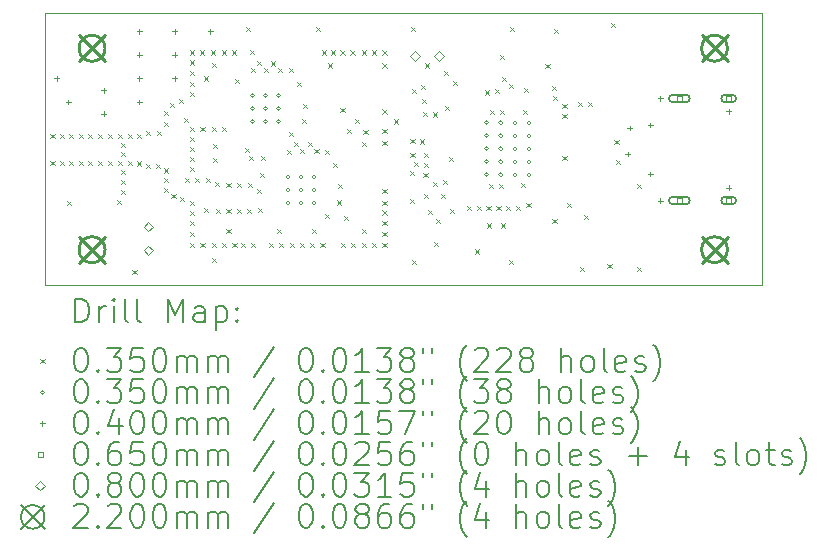
<source format=gbr>
%TF.GenerationSoftware,KiCad,Pcbnew,7.0.7*%
%TF.CreationDate,2023-12-21T17:25:02+09:00*%
%TF.ProjectId,pocket_sdr_v2.1,706f636b-6574-45f7-9364-725f76322e31,rev?*%
%TF.SameCoordinates,Original*%
%TF.FileFunction,Drillmap*%
%TF.FilePolarity,Positive*%
%FSLAX45Y45*%
G04 Gerber Fmt 4.5, Leading zero omitted, Abs format (unit mm)*
G04 Created by KiCad (PCBNEW 7.0.7) date 2023-12-21 17:25:02*
%MOMM*%
%LPD*%
G01*
G04 APERTURE LIST*
%ADD10C,0.050000*%
%ADD11C,0.200000*%
%ADD12C,0.035000*%
%ADD13C,0.040000*%
%ADD14C,0.065000*%
%ADD15C,0.080000*%
%ADD16C,0.220000*%
G04 APERTURE END LIST*
D10*
X18170630Y-9350000D02*
X18170630Y-11650000D01*
X12100110Y-9350000D02*
X18170630Y-9350000D01*
X18170630Y-11650000D02*
X12100110Y-11650000D01*
X12100110Y-11650000D02*
X12100110Y-9350000D01*
D11*
D12*
X12147610Y-10367860D02*
X12182610Y-10402860D01*
X12182610Y-10367860D02*
X12147610Y-10402860D01*
X12147610Y-10597860D02*
X12182610Y-10632860D01*
X12182610Y-10597860D02*
X12147610Y-10632860D01*
X12227610Y-10367860D02*
X12262610Y-10402860D01*
X12262610Y-10367860D02*
X12227610Y-10402860D01*
X12227610Y-10597860D02*
X12262610Y-10632860D01*
X12262610Y-10597860D02*
X12227610Y-10632860D01*
X12287610Y-10937860D02*
X12322610Y-10972860D01*
X12322610Y-10937860D02*
X12287610Y-10972860D01*
X12307610Y-10367860D02*
X12342610Y-10402860D01*
X12342610Y-10367860D02*
X12307610Y-10402860D01*
X12307610Y-10597860D02*
X12342610Y-10632860D01*
X12342610Y-10597860D02*
X12307610Y-10632860D01*
X12387610Y-10367860D02*
X12422610Y-10402860D01*
X12422610Y-10367860D02*
X12387610Y-10402860D01*
X12387610Y-10597860D02*
X12422610Y-10632860D01*
X12422610Y-10597860D02*
X12387610Y-10632860D01*
X12467610Y-10367860D02*
X12502610Y-10402860D01*
X12502610Y-10367860D02*
X12467610Y-10402860D01*
X12467610Y-10597860D02*
X12502610Y-10632860D01*
X12502610Y-10597860D02*
X12467610Y-10632860D01*
X12547610Y-10367860D02*
X12582610Y-10402860D01*
X12582610Y-10367860D02*
X12547610Y-10402860D01*
X12547610Y-10597860D02*
X12582610Y-10632860D01*
X12582610Y-10597860D02*
X12547610Y-10632860D01*
X12632610Y-10367860D02*
X12667610Y-10402860D01*
X12667610Y-10367860D02*
X12632610Y-10402860D01*
X12632610Y-10597860D02*
X12667610Y-10632860D01*
X12667610Y-10597860D02*
X12632610Y-10632860D01*
X12712610Y-10927860D02*
X12747610Y-10962860D01*
X12747610Y-10927860D02*
X12712610Y-10962860D01*
X12717610Y-10367860D02*
X12752610Y-10402860D01*
X12752610Y-10367860D02*
X12717610Y-10402860D01*
X12717610Y-10597860D02*
X12752610Y-10632860D01*
X12752610Y-10597860D02*
X12717610Y-10632860D01*
X12742610Y-10442860D02*
X12777610Y-10477860D01*
X12777610Y-10442860D02*
X12742610Y-10477860D01*
X12742610Y-10522860D02*
X12777610Y-10557860D01*
X12777610Y-10522860D02*
X12742610Y-10557860D01*
X12742610Y-10677860D02*
X12777610Y-10712860D01*
X12777610Y-10677860D02*
X12742610Y-10712860D01*
X12742610Y-10757860D02*
X12777610Y-10792860D01*
X12777610Y-10757860D02*
X12742610Y-10792860D01*
X12742610Y-10842860D02*
X12777610Y-10877860D01*
X12777610Y-10842860D02*
X12742610Y-10877860D01*
X12802610Y-10367860D02*
X12837610Y-10402860D01*
X12837610Y-10367860D02*
X12802610Y-10402860D01*
X12802610Y-10597860D02*
X12837610Y-10632860D01*
X12837610Y-10597860D02*
X12802610Y-10632860D01*
X12842500Y-11522500D02*
X12877500Y-11557500D01*
X12877500Y-11522500D02*
X12842500Y-11557500D01*
X12882610Y-10367860D02*
X12917610Y-10402860D01*
X12917610Y-10367860D02*
X12882610Y-10402860D01*
X12882610Y-10602860D02*
X12917610Y-10637860D01*
X12917610Y-10602860D02*
X12882610Y-10637860D01*
X12957610Y-10342500D02*
X12992610Y-10377500D01*
X12992610Y-10342500D02*
X12957610Y-10377500D01*
X12957610Y-10622500D02*
X12992610Y-10657500D01*
X12992610Y-10622500D02*
X12957610Y-10657500D01*
X13042500Y-10622500D02*
X13077500Y-10657500D01*
X13077500Y-10622500D02*
X13042500Y-10657500D01*
X13052500Y-10342500D02*
X13087500Y-10377500D01*
X13087500Y-10342500D02*
X13052500Y-10377500D01*
X13107500Y-10177860D02*
X13142500Y-10212860D01*
X13142500Y-10177860D02*
X13107500Y-10212860D01*
X13107500Y-10267860D02*
X13142500Y-10302860D01*
X13142500Y-10267860D02*
X13107500Y-10302860D01*
X13107500Y-10662500D02*
X13142500Y-10697500D01*
X13142500Y-10662500D02*
X13107500Y-10697500D01*
X13107500Y-10742500D02*
X13142500Y-10777500D01*
X13142500Y-10742500D02*
X13107500Y-10777500D01*
X13107500Y-10827500D02*
X13142500Y-10862500D01*
X13142500Y-10827500D02*
X13107500Y-10862500D01*
X13162500Y-10107500D02*
X13197500Y-10142500D01*
X13197500Y-10107500D02*
X13162500Y-10142500D01*
X13172500Y-10877500D02*
X13207500Y-10912500D01*
X13207500Y-10877500D02*
X13172500Y-10912500D01*
X13237500Y-10072500D02*
X13272500Y-10107500D01*
X13272500Y-10072500D02*
X13237500Y-10107500D01*
X13247500Y-10902500D02*
X13282500Y-10937500D01*
X13282500Y-10902500D02*
X13247500Y-10937500D01*
X13278320Y-10237860D02*
X13313320Y-10272860D01*
X13313320Y-10237860D02*
X13278320Y-10272860D01*
X13287020Y-10741940D02*
X13322020Y-10776940D01*
X13322020Y-10741940D02*
X13287020Y-10776940D01*
X13328240Y-9662860D02*
X13363240Y-9697860D01*
X13363240Y-9662860D02*
X13328240Y-9697860D01*
X13328240Y-9747860D02*
X13363240Y-9782860D01*
X13363240Y-9747860D02*
X13328240Y-9782860D01*
X13328240Y-9837860D02*
X13363240Y-9872860D01*
X13363240Y-9837860D02*
X13328240Y-9872860D01*
X13328240Y-9927860D02*
X13363240Y-9962860D01*
X13363240Y-9927860D02*
X13328240Y-9962860D01*
X13328240Y-10012860D02*
X13363240Y-10047860D01*
X13363240Y-10012860D02*
X13328240Y-10047860D01*
X13328240Y-10312860D02*
X13363240Y-10347860D01*
X13363240Y-10312860D02*
X13328240Y-10347860D01*
X13328240Y-10397860D02*
X13363240Y-10432860D01*
X13363240Y-10397860D02*
X13328240Y-10432860D01*
X13328240Y-10482860D02*
X13363240Y-10517860D01*
X13363240Y-10482860D02*
X13328240Y-10517860D01*
X13328240Y-10567860D02*
X13363240Y-10602860D01*
X13363240Y-10567860D02*
X13328240Y-10602860D01*
X13328240Y-10652860D02*
X13363240Y-10687860D01*
X13363240Y-10652860D02*
X13328240Y-10687860D01*
X13328240Y-10937860D02*
X13363240Y-10972860D01*
X13363240Y-10937860D02*
X13328240Y-10972860D01*
X13328240Y-11022860D02*
X13363240Y-11057860D01*
X13363240Y-11022860D02*
X13328240Y-11057860D01*
X13328240Y-11107860D02*
X13363240Y-11142860D01*
X13363240Y-11107860D02*
X13328240Y-11142860D01*
X13328240Y-11202860D02*
X13363240Y-11237860D01*
X13363240Y-11202860D02*
X13328240Y-11237860D01*
X13328240Y-11292860D02*
X13363240Y-11327860D01*
X13363240Y-11292860D02*
X13328240Y-11327860D01*
X13368240Y-10742860D02*
X13403240Y-10777860D01*
X13403240Y-10742860D02*
X13368240Y-10777860D01*
X13413240Y-9662860D02*
X13448240Y-9697860D01*
X13448240Y-9662860D02*
X13413240Y-9697860D01*
X13418240Y-10312860D02*
X13453240Y-10347860D01*
X13453240Y-10312860D02*
X13418240Y-10347860D01*
X13418240Y-11292860D02*
X13453240Y-11327860D01*
X13453240Y-11292860D02*
X13418240Y-11327860D01*
X13448240Y-9882860D02*
X13483240Y-9917860D01*
X13483240Y-9882860D02*
X13448240Y-9917860D01*
X13448240Y-10997860D02*
X13483240Y-11032860D01*
X13483240Y-10997860D02*
X13448240Y-11032860D01*
X13463240Y-10742860D02*
X13498240Y-10777860D01*
X13498240Y-10742860D02*
X13463240Y-10777860D01*
X13508240Y-9662860D02*
X13543240Y-9697860D01*
X13543240Y-9662860D02*
X13508240Y-9697860D01*
X13512500Y-11422500D02*
X13547500Y-11457500D01*
X13547500Y-11422500D02*
X13512500Y-11457500D01*
X13513240Y-9767860D02*
X13548240Y-9802860D01*
X13548240Y-9767860D02*
X13513240Y-9802860D01*
X13513240Y-10312860D02*
X13548240Y-10347860D01*
X13548240Y-10312860D02*
X13513240Y-10347860D01*
X13513240Y-11292860D02*
X13548240Y-11327860D01*
X13548240Y-11292860D02*
X13513240Y-11327860D01*
X13523240Y-10457860D02*
X13558240Y-10492860D01*
X13558240Y-10457860D02*
X13523240Y-10492860D01*
X13523240Y-10572860D02*
X13558240Y-10607860D01*
X13558240Y-10572860D02*
X13523240Y-10607860D01*
X13543240Y-10777860D02*
X13578240Y-10812860D01*
X13578240Y-10777860D02*
X13543240Y-10812860D01*
X13548240Y-11002860D02*
X13583240Y-11037860D01*
X13583240Y-11002860D02*
X13548240Y-11037860D01*
X13598240Y-9662860D02*
X13633240Y-9697860D01*
X13633240Y-9662860D02*
X13598240Y-9697860D01*
X13603240Y-10312860D02*
X13638240Y-10347860D01*
X13638240Y-10312860D02*
X13603240Y-10347860D01*
X13603240Y-11292860D02*
X13638240Y-11327860D01*
X13638240Y-11292860D02*
X13603240Y-11327860D01*
X13638240Y-10787860D02*
X13673240Y-10822860D01*
X13673240Y-10787860D02*
X13638240Y-10822860D01*
X13638240Y-11002860D02*
X13673240Y-11037860D01*
X13673240Y-11002860D02*
X13638240Y-11037860D01*
X13638240Y-11177860D02*
X13673240Y-11212860D01*
X13673240Y-11177860D02*
X13638240Y-11212860D01*
X13683240Y-9662860D02*
X13718240Y-9697860D01*
X13718240Y-9662860D02*
X13683240Y-9697860D01*
X13688240Y-11292860D02*
X13723240Y-11327860D01*
X13723240Y-11292860D02*
X13688240Y-11327860D01*
X13706220Y-9903460D02*
X13741220Y-9938460D01*
X13741220Y-9903460D02*
X13706220Y-9938460D01*
X13728240Y-10787860D02*
X13763240Y-10822860D01*
X13763240Y-10787860D02*
X13728240Y-10822860D01*
X13728240Y-11002860D02*
X13763240Y-11037860D01*
X13763240Y-11002860D02*
X13728240Y-11037860D01*
X13763240Y-11292860D02*
X13798240Y-11327860D01*
X13798240Y-11292860D02*
X13763240Y-11327860D01*
X13793240Y-10487860D02*
X13828240Y-10522860D01*
X13828240Y-10487860D02*
X13793240Y-10522860D01*
X13803240Y-9462860D02*
X13838240Y-9497860D01*
X13838240Y-9462860D02*
X13803240Y-9497860D01*
X13813240Y-11002860D02*
X13848240Y-11037860D01*
X13848240Y-11002860D02*
X13813240Y-11037860D01*
X13818240Y-10787860D02*
X13853240Y-10822860D01*
X13853240Y-10787860D02*
X13818240Y-10822860D01*
X13828240Y-10557860D02*
X13863240Y-10592860D01*
X13863240Y-10557860D02*
X13828240Y-10592860D01*
X13833240Y-9657860D02*
X13868240Y-9692860D01*
X13868240Y-9657860D02*
X13833240Y-9692860D01*
X13843240Y-9812860D02*
X13878240Y-9847860D01*
X13878240Y-9812860D02*
X13843240Y-9847860D01*
X13843240Y-11292860D02*
X13878240Y-11327860D01*
X13878240Y-11292860D02*
X13843240Y-11327860D01*
X13898240Y-10832860D02*
X13933240Y-10867860D01*
X13933240Y-10832860D02*
X13898240Y-10867860D01*
X13898840Y-9752860D02*
X13933840Y-9787860D01*
X13933840Y-9752860D02*
X13898840Y-9787860D01*
X13903240Y-10997860D02*
X13938240Y-11032860D01*
X13938240Y-10997860D02*
X13903240Y-11032860D01*
X13923760Y-10697160D02*
X13958760Y-10732160D01*
X13958760Y-10697160D02*
X13923760Y-10732160D01*
X13928240Y-10557860D02*
X13963240Y-10592860D01*
X13963240Y-10557860D02*
X13928240Y-10592860D01*
X13954440Y-9812860D02*
X13989440Y-9847860D01*
X13989440Y-9812860D02*
X13954440Y-9847860D01*
X13998240Y-11292860D02*
X14033240Y-11327860D01*
X14033240Y-11292860D02*
X13998240Y-11327860D01*
X14013840Y-9755840D02*
X14048840Y-9790840D01*
X14048840Y-9755840D02*
X14013840Y-9790840D01*
X14068240Y-11177860D02*
X14103240Y-11212860D01*
X14103240Y-11177860D02*
X14068240Y-11212860D01*
X14073760Y-9810644D02*
X14108760Y-9845644D01*
X14108760Y-9810644D02*
X14073760Y-9845644D01*
X14083240Y-11292860D02*
X14118240Y-11327860D01*
X14118240Y-11292860D02*
X14083240Y-11327860D01*
X14151540Y-10502860D02*
X14186540Y-10537860D01*
X14186540Y-10502860D02*
X14151540Y-10537860D01*
X14166220Y-9814029D02*
X14201220Y-9849029D01*
X14201220Y-9814029D02*
X14166220Y-9849029D01*
X14170612Y-10350232D02*
X14205612Y-10385232D01*
X14205612Y-10350232D02*
X14170612Y-10385232D01*
X14173240Y-11292860D02*
X14208240Y-11327860D01*
X14208240Y-11292860D02*
X14173240Y-11327860D01*
X14208840Y-10436160D02*
X14243840Y-10471160D01*
X14243840Y-10436160D02*
X14208840Y-10471160D01*
X14233840Y-9932860D02*
X14268840Y-9967860D01*
X14268840Y-9932860D02*
X14233840Y-9967860D01*
X14258240Y-11292860D02*
X14293240Y-11327860D01*
X14293240Y-11292860D02*
X14258240Y-11327860D01*
X14263840Y-10497860D02*
X14298840Y-10532860D01*
X14298840Y-10497860D02*
X14263840Y-10532860D01*
X14274417Y-10246683D02*
X14309417Y-10281683D01*
X14309417Y-10246683D02*
X14274417Y-10281683D01*
X14283240Y-10117860D02*
X14318240Y-10152860D01*
X14318240Y-10117860D02*
X14283240Y-10152860D01*
X14325040Y-10436160D02*
X14360040Y-10471160D01*
X14360040Y-10436160D02*
X14325040Y-10471160D01*
X14348240Y-11292860D02*
X14383240Y-11327860D01*
X14383240Y-11292860D02*
X14348240Y-11327860D01*
X14358240Y-11177860D02*
X14393240Y-11212860D01*
X14393240Y-11177860D02*
X14358240Y-11212860D01*
X14383235Y-10498380D02*
X14418235Y-10533380D01*
X14418235Y-10498380D02*
X14383235Y-10533380D01*
X14398240Y-9462860D02*
X14433240Y-9497860D01*
X14433240Y-9462860D02*
X14398240Y-9497860D01*
X14433240Y-11292860D02*
X14468240Y-11327860D01*
X14468240Y-11292860D02*
X14433240Y-11327860D01*
X14443240Y-9662860D02*
X14478240Y-9697860D01*
X14478240Y-9662860D02*
X14443240Y-9697860D01*
X14468240Y-10503380D02*
X14503240Y-10538380D01*
X14503240Y-10503380D02*
X14468240Y-10538380D01*
X14468240Y-11043840D02*
X14503240Y-11078840D01*
X14503240Y-11043840D02*
X14468240Y-11078840D01*
X14498240Y-9772860D02*
X14533240Y-9807860D01*
X14533240Y-9772860D02*
X14498240Y-9807860D01*
X14523240Y-9662860D02*
X14558240Y-9697860D01*
X14558240Y-9662860D02*
X14523240Y-9697860D01*
X14538240Y-10617860D02*
X14573240Y-10652860D01*
X14573240Y-10617860D02*
X14538240Y-10652860D01*
X14573240Y-10933460D02*
X14608240Y-10968460D01*
X14608240Y-10933460D02*
X14573240Y-10968460D01*
X14581540Y-10794880D02*
X14616540Y-10829880D01*
X14616540Y-10794880D02*
X14581540Y-10829880D01*
X14603240Y-9662860D02*
X14638240Y-9697860D01*
X14638240Y-9662860D02*
X14603240Y-9697860D01*
X14603240Y-10152860D02*
X14638240Y-10187860D01*
X14638240Y-10152860D02*
X14603240Y-10187860D01*
X14608240Y-11292860D02*
X14643240Y-11327860D01*
X14643240Y-11292860D02*
X14608240Y-11327860D01*
X14633240Y-11062860D02*
X14668240Y-11097860D01*
X14668240Y-11062860D02*
X14633240Y-11097860D01*
X14658240Y-10327860D02*
X14693240Y-10362860D01*
X14693240Y-10327860D02*
X14658240Y-10362860D01*
X14688240Y-9662860D02*
X14723240Y-9697860D01*
X14723240Y-9662860D02*
X14688240Y-9697860D01*
X14693240Y-11292860D02*
X14728240Y-11327860D01*
X14728240Y-11292860D02*
X14693240Y-11327860D01*
X14728240Y-10246683D02*
X14763240Y-10281683D01*
X14763240Y-10246683D02*
X14728240Y-10281683D01*
X14783240Y-9662860D02*
X14818240Y-9697860D01*
X14818240Y-9662860D02*
X14783240Y-9697860D01*
X14783240Y-11177860D02*
X14818240Y-11212860D01*
X14818240Y-11177860D02*
X14783240Y-11212860D01*
X14783240Y-11292860D02*
X14818240Y-11327860D01*
X14818240Y-11292860D02*
X14783240Y-11327860D01*
X14788240Y-10437860D02*
X14823240Y-10472860D01*
X14823240Y-10437860D02*
X14788240Y-10472860D01*
X14798240Y-10332860D02*
X14833240Y-10367860D01*
X14833240Y-10332860D02*
X14798240Y-10367860D01*
X14873240Y-9662860D02*
X14908240Y-9697860D01*
X14908240Y-9662860D02*
X14873240Y-9697860D01*
X14873240Y-11292860D02*
X14908240Y-11327860D01*
X14908240Y-11292860D02*
X14873240Y-11327860D01*
X14958240Y-9662860D02*
X14993240Y-9697860D01*
X14993240Y-9662860D02*
X14958240Y-9697860D01*
X14958240Y-9772860D02*
X14993240Y-9807860D01*
X14993240Y-9772860D02*
X14958240Y-9807860D01*
X14958240Y-10162860D02*
X14993240Y-10197860D01*
X14993240Y-10162860D02*
X14958240Y-10197860D01*
X14958240Y-10327860D02*
X14993240Y-10362860D01*
X14993240Y-10327860D02*
X14958240Y-10362860D01*
X14958240Y-10432860D02*
X14993240Y-10467860D01*
X14993240Y-10432860D02*
X14958240Y-10467860D01*
X14958240Y-10832860D02*
X14993240Y-10867860D01*
X14993240Y-10832860D02*
X14958240Y-10867860D01*
X14958240Y-10937860D02*
X14993240Y-10972860D01*
X14993240Y-10937860D02*
X14958240Y-10972860D01*
X14958240Y-11017860D02*
X14993240Y-11052860D01*
X14993240Y-11017860D02*
X14958240Y-11052860D01*
X14958240Y-11107860D02*
X14993240Y-11142860D01*
X14993240Y-11107860D02*
X14958240Y-11142860D01*
X14958240Y-11202860D02*
X14993240Y-11237860D01*
X14993240Y-11202860D02*
X14958240Y-11237860D01*
X14958240Y-11292860D02*
X14993240Y-11327860D01*
X14993240Y-11292860D02*
X14958240Y-11327860D01*
X15058240Y-10247860D02*
X15093240Y-10282860D01*
X15093240Y-10247860D02*
X15058240Y-10282860D01*
X15188240Y-10682860D02*
X15223240Y-10717860D01*
X15223240Y-10682860D02*
X15188240Y-10717860D01*
X15188240Y-10922860D02*
X15223240Y-10957860D01*
X15223240Y-10922860D02*
X15188240Y-10957860D01*
X15195500Y-10529060D02*
X15230500Y-10564060D01*
X15230500Y-10529060D02*
X15195500Y-10564060D01*
X15195569Y-10415275D02*
X15230569Y-10450275D01*
X15230569Y-10415275D02*
X15195569Y-10450275D01*
X15203240Y-9462860D02*
X15238240Y-9497860D01*
X15238240Y-9462860D02*
X15203240Y-9497860D01*
X15208240Y-9991760D02*
X15243240Y-10026760D01*
X15243240Y-9991760D02*
X15208240Y-10026760D01*
X15208240Y-11437860D02*
X15243240Y-11472860D01*
X15243240Y-11437860D02*
X15208240Y-11472860D01*
X15223840Y-10608340D02*
X15258840Y-10643340D01*
X15258840Y-10608340D02*
X15223840Y-10643340D01*
X15278840Y-10416160D02*
X15313840Y-10451160D01*
X15313840Y-10416160D02*
X15278840Y-10451160D01*
X15288240Y-9957260D02*
X15323240Y-9992260D01*
X15323240Y-9957260D02*
X15288240Y-9992260D01*
X15294320Y-10071020D02*
X15329320Y-10106020D01*
X15329320Y-10071020D02*
X15294320Y-10106020D01*
X15304009Y-10187260D02*
X15339009Y-10222260D01*
X15339009Y-10187260D02*
X15304009Y-10222260D01*
X15305621Y-10697740D02*
X15340621Y-10732740D01*
X15340621Y-10697740D02*
X15305621Y-10732740D01*
X15308240Y-10612860D02*
X15343240Y-10647860D01*
X15343240Y-10612860D02*
X15308240Y-10647860D01*
X15309780Y-10528460D02*
X15344780Y-10563460D01*
X15344780Y-10528460D02*
X15309780Y-10563460D01*
X15313240Y-10877860D02*
X15348240Y-10912860D01*
X15348240Y-10877860D02*
X15313240Y-10912860D01*
X15318240Y-9772860D02*
X15353240Y-9807860D01*
X15353240Y-9772860D02*
X15318240Y-9807860D01*
X15340740Y-11010360D02*
X15375740Y-11045360D01*
X15375740Y-11010360D02*
X15340740Y-11045360D01*
X15388240Y-10187860D02*
X15423240Y-10222860D01*
X15423240Y-10187860D02*
X15388240Y-10222860D01*
X15389853Y-10778628D02*
X15424853Y-10813628D01*
X15424853Y-10778628D02*
X15389853Y-10813628D01*
X15398240Y-11287860D02*
X15433240Y-11322860D01*
X15433240Y-11287860D02*
X15398240Y-11322860D01*
X15413240Y-11087860D02*
X15448240Y-11122860D01*
X15448240Y-11087860D02*
X15413240Y-11122860D01*
X15455055Y-10881045D02*
X15490055Y-10916045D01*
X15490055Y-10881045D02*
X15455055Y-10916045D01*
X15473240Y-10762860D02*
X15508240Y-10797860D01*
X15508240Y-10762860D02*
X15473240Y-10797860D01*
X15478662Y-9838282D02*
X15513662Y-9873282D01*
X15513662Y-9838282D02*
X15478662Y-9873282D01*
X15488240Y-10132860D02*
X15523240Y-10167860D01*
X15523240Y-10132860D02*
X15488240Y-10167860D01*
X15523240Y-10562860D02*
X15558240Y-10597860D01*
X15558240Y-10562860D02*
X15523240Y-10597860D01*
X15533240Y-11007860D02*
X15568240Y-11042860D01*
X15568240Y-11007860D02*
X15533240Y-11042860D01*
X15558240Y-9917860D02*
X15593240Y-9952860D01*
X15593240Y-9917860D02*
X15558240Y-9952860D01*
X15673240Y-10982860D02*
X15708240Y-11017860D01*
X15708240Y-10982860D02*
X15673240Y-11017860D01*
X15738240Y-11347860D02*
X15773240Y-11382860D01*
X15773240Y-11347860D02*
X15738240Y-11382860D01*
X15758240Y-10982860D02*
X15793240Y-11017860D01*
X15793240Y-10982860D02*
X15758240Y-11017860D01*
X15828119Y-10001611D02*
X15863119Y-10036611D01*
X15863119Y-10001611D02*
X15828119Y-10036611D01*
X15838960Y-10982860D02*
X15873960Y-11017860D01*
X15873960Y-10982860D02*
X15838960Y-11017860D01*
X15843240Y-11127860D02*
X15878240Y-11162860D01*
X15878240Y-11127860D02*
X15843240Y-11162860D01*
X15858469Y-10789880D02*
X15893469Y-10824880D01*
X15893469Y-10789880D02*
X15858469Y-10824880D01*
X15870740Y-10165360D02*
X15905740Y-10200360D01*
X15905740Y-10165360D02*
X15870740Y-10200360D01*
X15908839Y-9987261D02*
X15943839Y-10022261D01*
X15943839Y-9987261D02*
X15908839Y-10022261D01*
X15923960Y-10982860D02*
X15958960Y-11017860D01*
X15958960Y-10982860D02*
X15923960Y-11017860D01*
X15944189Y-10789880D02*
X15979189Y-10824880D01*
X15979189Y-10789880D02*
X15944189Y-10824880D01*
X15953240Y-9702860D02*
X15988240Y-9737860D01*
X15988240Y-9702860D02*
X15953240Y-9737860D01*
X15953240Y-10165840D02*
X15988240Y-10200840D01*
X15988240Y-10165840D02*
X15953240Y-10200840D01*
X15963240Y-11127860D02*
X15998240Y-11162860D01*
X15998240Y-11127860D02*
X15963240Y-11162860D01*
X15971104Y-9889880D02*
X16006104Y-9924880D01*
X16006104Y-9889880D02*
X15971104Y-9924880D01*
X16004680Y-10982860D02*
X16039680Y-11017860D01*
X16039680Y-10982860D02*
X16004680Y-11017860D01*
X16033240Y-9947860D02*
X16068240Y-9982860D01*
X16068240Y-9947860D02*
X16033240Y-9982860D01*
X16033240Y-11437860D02*
X16068240Y-11472860D01*
X16068240Y-11437860D02*
X16033240Y-11472860D01*
X16038240Y-9462860D02*
X16073240Y-9497860D01*
X16073240Y-9462860D02*
X16038240Y-9497860D01*
X16085740Y-10982860D02*
X16120740Y-11017860D01*
X16120740Y-10982860D02*
X16085740Y-11017860D01*
X16128240Y-10787860D02*
X16163240Y-10822860D01*
X16163240Y-10787860D02*
X16128240Y-10822860D01*
X16147133Y-10168123D02*
X16182133Y-10203123D01*
X16182133Y-10168123D02*
X16147133Y-10203123D01*
X16153240Y-9977860D02*
X16188240Y-10012860D01*
X16188240Y-9977860D02*
X16153240Y-10012860D01*
X16178240Y-10952860D02*
X16213240Y-10987860D01*
X16213240Y-10952860D02*
X16178240Y-10987860D01*
X16338240Y-9775360D02*
X16373240Y-9810360D01*
X16373240Y-9775360D02*
X16338240Y-9810360D01*
X16393240Y-9962860D02*
X16428240Y-9997860D01*
X16428240Y-9962860D02*
X16393240Y-9997860D01*
X16398240Y-11087860D02*
X16433240Y-11122860D01*
X16433240Y-11087860D02*
X16398240Y-11122860D01*
X16403240Y-10047860D02*
X16438240Y-10082860D01*
X16438240Y-10047860D02*
X16403240Y-10082860D01*
X16408240Y-9482860D02*
X16443240Y-9517860D01*
X16443240Y-9482860D02*
X16408240Y-9517860D01*
X16483240Y-10117860D02*
X16518240Y-10152860D01*
X16518240Y-10117860D02*
X16483240Y-10152860D01*
X16483240Y-10202860D02*
X16518240Y-10237860D01*
X16518240Y-10202860D02*
X16483240Y-10237860D01*
X16483240Y-10552860D02*
X16518240Y-10587860D01*
X16518240Y-10552860D02*
X16483240Y-10587860D01*
X16518130Y-10957500D02*
X16553130Y-10992500D01*
X16553130Y-10957500D02*
X16518130Y-10992500D01*
X16616289Y-10101263D02*
X16651289Y-10136263D01*
X16651289Y-10101263D02*
X16616289Y-10136263D01*
X16633240Y-11492860D02*
X16668240Y-11527860D01*
X16668240Y-11492860D02*
X16633240Y-11527860D01*
X16668240Y-11052860D02*
X16703240Y-11087860D01*
X16703240Y-11052860D02*
X16668240Y-11087860D01*
X16698240Y-10102860D02*
X16733240Y-10137860D01*
X16733240Y-10102860D02*
X16698240Y-10137860D01*
X16863240Y-11472860D02*
X16898240Y-11507860D01*
X16898240Y-11472860D02*
X16863240Y-11507860D01*
X16893130Y-9432500D02*
X16928130Y-9467500D01*
X16928130Y-9432500D02*
X16893130Y-9467500D01*
X16923130Y-10422500D02*
X16958130Y-10457500D01*
X16958130Y-10422500D02*
X16923130Y-10457500D01*
X16938130Y-10592500D02*
X16973130Y-10627500D01*
X16973130Y-10592500D02*
X16938130Y-10627500D01*
X17113240Y-10792860D02*
X17148240Y-10827860D01*
X17148240Y-10792860D02*
X17113240Y-10827860D01*
X17113240Y-11492860D02*
X17148240Y-11527860D01*
X17148240Y-11492860D02*
X17113240Y-11527860D01*
X13878240Y-10045360D02*
G75*
G03*
X13878240Y-10045360I-17500J0D01*
G01*
X13878240Y-10155360D02*
G75*
G03*
X13878240Y-10155360I-17500J0D01*
G01*
X13878240Y-10265360D02*
G75*
G03*
X13878240Y-10265360I-17500J0D01*
G01*
X13988240Y-10045360D02*
G75*
G03*
X13988240Y-10045360I-17500J0D01*
G01*
X13988240Y-10155360D02*
G75*
G03*
X13988240Y-10155360I-17500J0D01*
G01*
X13988240Y-10265360D02*
G75*
G03*
X13988240Y-10265360I-17500J0D01*
G01*
X14098240Y-10045360D02*
G75*
G03*
X14098240Y-10045360I-17500J0D01*
G01*
X14098240Y-10155360D02*
G75*
G03*
X14098240Y-10155360I-17500J0D01*
G01*
X14098240Y-10265360D02*
G75*
G03*
X14098240Y-10265360I-17500J0D01*
G01*
X14178240Y-10735360D02*
G75*
G03*
X14178240Y-10735360I-17500J0D01*
G01*
X14178240Y-10845360D02*
G75*
G03*
X14178240Y-10845360I-17500J0D01*
G01*
X14178240Y-10955360D02*
G75*
G03*
X14178240Y-10955360I-17500J0D01*
G01*
X14288240Y-10735360D02*
G75*
G03*
X14288240Y-10735360I-17500J0D01*
G01*
X14288240Y-10845360D02*
G75*
G03*
X14288240Y-10845360I-17500J0D01*
G01*
X14288240Y-10955360D02*
G75*
G03*
X14288240Y-10955360I-17500J0D01*
G01*
X14398240Y-10735360D02*
G75*
G03*
X14398240Y-10735360I-17500J0D01*
G01*
X14398240Y-10845360D02*
G75*
G03*
X14398240Y-10845360I-17500J0D01*
G01*
X14398240Y-10955360D02*
G75*
G03*
X14398240Y-10955360I-17500J0D01*
G01*
X15858240Y-10275360D02*
G75*
G03*
X15858240Y-10275360I-17500J0D01*
G01*
X15858240Y-10385360D02*
G75*
G03*
X15858240Y-10385360I-17500J0D01*
G01*
X15858240Y-10495360D02*
G75*
G03*
X15858240Y-10495360I-17500J0D01*
G01*
X15858240Y-10605360D02*
G75*
G03*
X15858240Y-10605360I-17500J0D01*
G01*
X15858240Y-10715360D02*
G75*
G03*
X15858240Y-10715360I-17500J0D01*
G01*
X15978240Y-10275360D02*
G75*
G03*
X15978240Y-10275360I-17500J0D01*
G01*
X15978240Y-10385360D02*
G75*
G03*
X15978240Y-10385360I-17500J0D01*
G01*
X15978240Y-10495360D02*
G75*
G03*
X15978240Y-10495360I-17500J0D01*
G01*
X15978240Y-10605360D02*
G75*
G03*
X15978240Y-10605360I-17500J0D01*
G01*
X15978240Y-10715360D02*
G75*
G03*
X15978240Y-10715360I-17500J0D01*
G01*
X16098240Y-10275360D02*
G75*
G03*
X16098240Y-10275360I-17500J0D01*
G01*
X16098240Y-10385360D02*
G75*
G03*
X16098240Y-10385360I-17500J0D01*
G01*
X16098240Y-10495360D02*
G75*
G03*
X16098240Y-10495360I-17500J0D01*
G01*
X16098240Y-10605360D02*
G75*
G03*
X16098240Y-10605360I-17500J0D01*
G01*
X16098240Y-10715360D02*
G75*
G03*
X16098240Y-10715360I-17500J0D01*
G01*
X16218240Y-10275360D02*
G75*
G03*
X16218240Y-10275360I-17500J0D01*
G01*
X16218240Y-10385360D02*
G75*
G03*
X16218240Y-10385360I-17500J0D01*
G01*
X16218240Y-10495360D02*
G75*
G03*
X16218240Y-10495360I-17500J0D01*
G01*
X16218240Y-10605360D02*
G75*
G03*
X16218240Y-10605360I-17500J0D01*
G01*
X16218240Y-10715360D02*
G75*
G03*
X16218240Y-10715360I-17500J0D01*
G01*
D13*
X12200000Y-9880000D02*
X12200000Y-9920000D01*
X12180000Y-9900000D02*
X12220000Y-9900000D01*
X12300000Y-10080000D02*
X12300000Y-10120000D01*
X12280000Y-10100000D02*
X12320000Y-10100000D01*
X12600000Y-9980000D02*
X12600000Y-10020000D01*
X12580000Y-10000000D02*
X12620000Y-10000000D01*
X12600000Y-10180000D02*
X12600000Y-10220000D01*
X12580000Y-10200000D02*
X12620000Y-10200000D01*
X12900000Y-9480000D02*
X12900000Y-9520000D01*
X12880000Y-9500000D02*
X12920000Y-9500000D01*
X12900000Y-9680000D02*
X12900000Y-9720000D01*
X12880000Y-9700000D02*
X12920000Y-9700000D01*
X12900000Y-9880000D02*
X12900000Y-9920000D01*
X12880000Y-9900000D02*
X12920000Y-9900000D01*
X12900000Y-10080000D02*
X12900000Y-10120000D01*
X12880000Y-10100000D02*
X12920000Y-10100000D01*
X13200000Y-9480000D02*
X13200000Y-9520000D01*
X13180000Y-9500000D02*
X13220000Y-9500000D01*
X13200000Y-9680000D02*
X13200000Y-9720000D01*
X13180000Y-9700000D02*
X13220000Y-9700000D01*
X13200000Y-9880000D02*
X13200000Y-9920000D01*
X13180000Y-9900000D02*
X13220000Y-9900000D01*
X13500000Y-9480000D02*
X13500000Y-9520000D01*
X13480000Y-9500000D02*
X13520000Y-9500000D01*
X17035630Y-10520000D02*
X17035630Y-10560000D01*
X17015630Y-10540000D02*
X17055630Y-10540000D01*
X17050630Y-10300000D02*
X17050630Y-10340000D01*
X17030630Y-10320000D02*
X17070630Y-10320000D01*
X17225630Y-10275000D02*
X17225630Y-10315000D01*
X17205630Y-10295000D02*
X17245630Y-10295000D01*
X17225630Y-10690000D02*
X17225630Y-10730000D01*
X17205630Y-10710000D02*
X17245630Y-10710000D01*
X17310630Y-10050000D02*
X17310630Y-10090000D01*
X17290630Y-10070000D02*
X17330630Y-10070000D01*
X17310630Y-10915000D02*
X17310630Y-10955000D01*
X17290630Y-10935000D02*
X17330630Y-10935000D01*
X17890630Y-10160000D02*
X17890630Y-10200000D01*
X17870630Y-10180000D02*
X17910630Y-10180000D01*
X17890630Y-10805000D02*
X17890630Y-10845000D01*
X17870630Y-10825000D02*
X17910630Y-10825000D01*
D14*
X17495611Y-10092981D02*
X17495611Y-10047019D01*
X17449649Y-10047019D01*
X17449649Y-10092981D01*
X17495611Y-10092981D01*
D11*
X17417630Y-10102500D02*
X17527630Y-10102500D01*
X17527630Y-10102500D02*
G75*
G03*
X17527630Y-10037500I0J32500D01*
G01*
X17527630Y-10037500D02*
X17417630Y-10037500D01*
X17417630Y-10037500D02*
G75*
G03*
X17417630Y-10102500I0J-32500D01*
G01*
D14*
X17495611Y-10956981D02*
X17495611Y-10911019D01*
X17449649Y-10911019D01*
X17449649Y-10956981D01*
X17495611Y-10956981D01*
D11*
X17417630Y-10966500D02*
X17527630Y-10966500D01*
X17527630Y-10966500D02*
G75*
G03*
X17527630Y-10901500I0J32500D01*
G01*
X17527630Y-10901500D02*
X17417630Y-10901500D01*
X17417630Y-10901500D02*
G75*
G03*
X17417630Y-10966500I0J-32500D01*
G01*
D14*
X17913611Y-10092981D02*
X17913611Y-10047019D01*
X17867649Y-10047019D01*
X17867649Y-10092981D01*
X17913611Y-10092981D01*
D11*
X17860630Y-10102500D02*
X17920630Y-10102500D01*
X17920630Y-10102500D02*
G75*
G03*
X17920630Y-10037500I0J32500D01*
G01*
X17920630Y-10037500D02*
X17860630Y-10037500D01*
X17860630Y-10037500D02*
G75*
G03*
X17860630Y-10102500I0J-32500D01*
G01*
D14*
X17913611Y-10956981D02*
X17913611Y-10911019D01*
X17867649Y-10911019D01*
X17867649Y-10956981D01*
X17913611Y-10956981D01*
D11*
X17860630Y-10966500D02*
X17920630Y-10966500D01*
X17920630Y-10966500D02*
G75*
G03*
X17920630Y-10901500I0J32500D01*
G01*
X17920630Y-10901500D02*
X17860630Y-10901500D01*
X17860630Y-10901500D02*
G75*
G03*
X17860630Y-10966500I0J-32500D01*
G01*
D15*
X12978000Y-11195000D02*
X13018000Y-11155000D01*
X12978000Y-11115000D01*
X12938000Y-11155000D01*
X12978000Y-11195000D01*
X12978000Y-11395000D02*
X13018000Y-11355000D01*
X12978000Y-11315000D01*
X12938000Y-11355000D01*
X12978000Y-11395000D01*
X15235740Y-9750360D02*
X15275740Y-9710360D01*
X15235740Y-9670360D01*
X15195740Y-9710360D01*
X15235740Y-9750360D01*
X15435740Y-9750360D02*
X15475740Y-9710360D01*
X15435740Y-9670360D01*
X15395740Y-9710360D01*
X15435740Y-9750360D01*
D16*
X12390110Y-9535000D02*
X12610110Y-9755000D01*
X12610110Y-9535000D02*
X12390110Y-9755000D01*
X12610110Y-9645000D02*
G75*
G03*
X12610110Y-9645000I-110000J0D01*
G01*
X12390110Y-11240000D02*
X12610110Y-11460000D01*
X12610110Y-11240000D02*
X12390110Y-11460000D01*
X12610110Y-11350000D02*
G75*
G03*
X12610110Y-11350000I-110000J0D01*
G01*
X17660630Y-9535000D02*
X17880630Y-9755000D01*
X17880630Y-9535000D02*
X17660630Y-9755000D01*
X17880630Y-9645000D02*
G75*
G03*
X17880630Y-9645000I-110000J0D01*
G01*
X17660630Y-11240000D02*
X17880630Y-11460000D01*
X17880630Y-11240000D02*
X17660630Y-11460000D01*
X17880630Y-11350000D02*
G75*
G03*
X17880630Y-11350000I-110000J0D01*
G01*
D11*
X12358387Y-11963984D02*
X12358387Y-11763984D01*
X12358387Y-11763984D02*
X12406006Y-11763984D01*
X12406006Y-11763984D02*
X12434577Y-11773508D01*
X12434577Y-11773508D02*
X12453625Y-11792555D01*
X12453625Y-11792555D02*
X12463149Y-11811603D01*
X12463149Y-11811603D02*
X12472672Y-11849698D01*
X12472672Y-11849698D02*
X12472672Y-11878269D01*
X12472672Y-11878269D02*
X12463149Y-11916365D01*
X12463149Y-11916365D02*
X12453625Y-11935412D01*
X12453625Y-11935412D02*
X12434577Y-11954460D01*
X12434577Y-11954460D02*
X12406006Y-11963984D01*
X12406006Y-11963984D02*
X12358387Y-11963984D01*
X12558387Y-11963984D02*
X12558387Y-11830650D01*
X12558387Y-11868746D02*
X12567911Y-11849698D01*
X12567911Y-11849698D02*
X12577434Y-11840174D01*
X12577434Y-11840174D02*
X12596482Y-11830650D01*
X12596482Y-11830650D02*
X12615530Y-11830650D01*
X12682196Y-11963984D02*
X12682196Y-11830650D01*
X12682196Y-11763984D02*
X12672672Y-11773508D01*
X12672672Y-11773508D02*
X12682196Y-11783031D01*
X12682196Y-11783031D02*
X12691720Y-11773508D01*
X12691720Y-11773508D02*
X12682196Y-11763984D01*
X12682196Y-11763984D02*
X12682196Y-11783031D01*
X12806006Y-11963984D02*
X12786958Y-11954460D01*
X12786958Y-11954460D02*
X12777434Y-11935412D01*
X12777434Y-11935412D02*
X12777434Y-11763984D01*
X12910768Y-11963984D02*
X12891720Y-11954460D01*
X12891720Y-11954460D02*
X12882196Y-11935412D01*
X12882196Y-11935412D02*
X12882196Y-11763984D01*
X13139339Y-11963984D02*
X13139339Y-11763984D01*
X13139339Y-11763984D02*
X13206006Y-11906841D01*
X13206006Y-11906841D02*
X13272672Y-11763984D01*
X13272672Y-11763984D02*
X13272672Y-11963984D01*
X13453625Y-11963984D02*
X13453625Y-11859222D01*
X13453625Y-11859222D02*
X13444101Y-11840174D01*
X13444101Y-11840174D02*
X13425053Y-11830650D01*
X13425053Y-11830650D02*
X13386958Y-11830650D01*
X13386958Y-11830650D02*
X13367911Y-11840174D01*
X13453625Y-11954460D02*
X13434577Y-11963984D01*
X13434577Y-11963984D02*
X13386958Y-11963984D01*
X13386958Y-11963984D02*
X13367911Y-11954460D01*
X13367911Y-11954460D02*
X13358387Y-11935412D01*
X13358387Y-11935412D02*
X13358387Y-11916365D01*
X13358387Y-11916365D02*
X13367911Y-11897317D01*
X13367911Y-11897317D02*
X13386958Y-11887793D01*
X13386958Y-11887793D02*
X13434577Y-11887793D01*
X13434577Y-11887793D02*
X13453625Y-11878269D01*
X13548863Y-11830650D02*
X13548863Y-12030650D01*
X13548863Y-11840174D02*
X13567911Y-11830650D01*
X13567911Y-11830650D02*
X13606006Y-11830650D01*
X13606006Y-11830650D02*
X13625053Y-11840174D01*
X13625053Y-11840174D02*
X13634577Y-11849698D01*
X13634577Y-11849698D02*
X13644101Y-11868746D01*
X13644101Y-11868746D02*
X13644101Y-11925888D01*
X13644101Y-11925888D02*
X13634577Y-11944936D01*
X13634577Y-11944936D02*
X13625053Y-11954460D01*
X13625053Y-11954460D02*
X13606006Y-11963984D01*
X13606006Y-11963984D02*
X13567911Y-11963984D01*
X13567911Y-11963984D02*
X13548863Y-11954460D01*
X13729815Y-11944936D02*
X13739339Y-11954460D01*
X13739339Y-11954460D02*
X13729815Y-11963984D01*
X13729815Y-11963984D02*
X13720292Y-11954460D01*
X13720292Y-11954460D02*
X13729815Y-11944936D01*
X13729815Y-11944936D02*
X13729815Y-11963984D01*
X13729815Y-11840174D02*
X13739339Y-11849698D01*
X13739339Y-11849698D02*
X13729815Y-11859222D01*
X13729815Y-11859222D02*
X13720292Y-11849698D01*
X13720292Y-11849698D02*
X13729815Y-11840174D01*
X13729815Y-11840174D02*
X13729815Y-11859222D01*
D12*
X12062610Y-12275000D02*
X12097610Y-12310000D01*
X12097610Y-12275000D02*
X12062610Y-12310000D01*
D11*
X12396482Y-12183984D02*
X12415530Y-12183984D01*
X12415530Y-12183984D02*
X12434577Y-12193508D01*
X12434577Y-12193508D02*
X12444101Y-12203031D01*
X12444101Y-12203031D02*
X12453625Y-12222079D01*
X12453625Y-12222079D02*
X12463149Y-12260174D01*
X12463149Y-12260174D02*
X12463149Y-12307793D01*
X12463149Y-12307793D02*
X12453625Y-12345888D01*
X12453625Y-12345888D02*
X12444101Y-12364936D01*
X12444101Y-12364936D02*
X12434577Y-12374460D01*
X12434577Y-12374460D02*
X12415530Y-12383984D01*
X12415530Y-12383984D02*
X12396482Y-12383984D01*
X12396482Y-12383984D02*
X12377434Y-12374460D01*
X12377434Y-12374460D02*
X12367911Y-12364936D01*
X12367911Y-12364936D02*
X12358387Y-12345888D01*
X12358387Y-12345888D02*
X12348863Y-12307793D01*
X12348863Y-12307793D02*
X12348863Y-12260174D01*
X12348863Y-12260174D02*
X12358387Y-12222079D01*
X12358387Y-12222079D02*
X12367911Y-12203031D01*
X12367911Y-12203031D02*
X12377434Y-12193508D01*
X12377434Y-12193508D02*
X12396482Y-12183984D01*
X12548863Y-12364936D02*
X12558387Y-12374460D01*
X12558387Y-12374460D02*
X12548863Y-12383984D01*
X12548863Y-12383984D02*
X12539339Y-12374460D01*
X12539339Y-12374460D02*
X12548863Y-12364936D01*
X12548863Y-12364936D02*
X12548863Y-12383984D01*
X12625053Y-12183984D02*
X12748863Y-12183984D01*
X12748863Y-12183984D02*
X12682196Y-12260174D01*
X12682196Y-12260174D02*
X12710768Y-12260174D01*
X12710768Y-12260174D02*
X12729815Y-12269698D01*
X12729815Y-12269698D02*
X12739339Y-12279222D01*
X12739339Y-12279222D02*
X12748863Y-12298269D01*
X12748863Y-12298269D02*
X12748863Y-12345888D01*
X12748863Y-12345888D02*
X12739339Y-12364936D01*
X12739339Y-12364936D02*
X12729815Y-12374460D01*
X12729815Y-12374460D02*
X12710768Y-12383984D01*
X12710768Y-12383984D02*
X12653625Y-12383984D01*
X12653625Y-12383984D02*
X12634577Y-12374460D01*
X12634577Y-12374460D02*
X12625053Y-12364936D01*
X12929815Y-12183984D02*
X12834577Y-12183984D01*
X12834577Y-12183984D02*
X12825053Y-12279222D01*
X12825053Y-12279222D02*
X12834577Y-12269698D01*
X12834577Y-12269698D02*
X12853625Y-12260174D01*
X12853625Y-12260174D02*
X12901244Y-12260174D01*
X12901244Y-12260174D02*
X12920292Y-12269698D01*
X12920292Y-12269698D02*
X12929815Y-12279222D01*
X12929815Y-12279222D02*
X12939339Y-12298269D01*
X12939339Y-12298269D02*
X12939339Y-12345888D01*
X12939339Y-12345888D02*
X12929815Y-12364936D01*
X12929815Y-12364936D02*
X12920292Y-12374460D01*
X12920292Y-12374460D02*
X12901244Y-12383984D01*
X12901244Y-12383984D02*
X12853625Y-12383984D01*
X12853625Y-12383984D02*
X12834577Y-12374460D01*
X12834577Y-12374460D02*
X12825053Y-12364936D01*
X13063149Y-12183984D02*
X13082196Y-12183984D01*
X13082196Y-12183984D02*
X13101244Y-12193508D01*
X13101244Y-12193508D02*
X13110768Y-12203031D01*
X13110768Y-12203031D02*
X13120292Y-12222079D01*
X13120292Y-12222079D02*
X13129815Y-12260174D01*
X13129815Y-12260174D02*
X13129815Y-12307793D01*
X13129815Y-12307793D02*
X13120292Y-12345888D01*
X13120292Y-12345888D02*
X13110768Y-12364936D01*
X13110768Y-12364936D02*
X13101244Y-12374460D01*
X13101244Y-12374460D02*
X13082196Y-12383984D01*
X13082196Y-12383984D02*
X13063149Y-12383984D01*
X13063149Y-12383984D02*
X13044101Y-12374460D01*
X13044101Y-12374460D02*
X13034577Y-12364936D01*
X13034577Y-12364936D02*
X13025053Y-12345888D01*
X13025053Y-12345888D02*
X13015530Y-12307793D01*
X13015530Y-12307793D02*
X13015530Y-12260174D01*
X13015530Y-12260174D02*
X13025053Y-12222079D01*
X13025053Y-12222079D02*
X13034577Y-12203031D01*
X13034577Y-12203031D02*
X13044101Y-12193508D01*
X13044101Y-12193508D02*
X13063149Y-12183984D01*
X13215530Y-12383984D02*
X13215530Y-12250650D01*
X13215530Y-12269698D02*
X13225053Y-12260174D01*
X13225053Y-12260174D02*
X13244101Y-12250650D01*
X13244101Y-12250650D02*
X13272673Y-12250650D01*
X13272673Y-12250650D02*
X13291720Y-12260174D01*
X13291720Y-12260174D02*
X13301244Y-12279222D01*
X13301244Y-12279222D02*
X13301244Y-12383984D01*
X13301244Y-12279222D02*
X13310768Y-12260174D01*
X13310768Y-12260174D02*
X13329815Y-12250650D01*
X13329815Y-12250650D02*
X13358387Y-12250650D01*
X13358387Y-12250650D02*
X13377434Y-12260174D01*
X13377434Y-12260174D02*
X13386958Y-12279222D01*
X13386958Y-12279222D02*
X13386958Y-12383984D01*
X13482196Y-12383984D02*
X13482196Y-12250650D01*
X13482196Y-12269698D02*
X13491720Y-12260174D01*
X13491720Y-12260174D02*
X13510768Y-12250650D01*
X13510768Y-12250650D02*
X13539339Y-12250650D01*
X13539339Y-12250650D02*
X13558387Y-12260174D01*
X13558387Y-12260174D02*
X13567911Y-12279222D01*
X13567911Y-12279222D02*
X13567911Y-12383984D01*
X13567911Y-12279222D02*
X13577434Y-12260174D01*
X13577434Y-12260174D02*
X13596482Y-12250650D01*
X13596482Y-12250650D02*
X13625053Y-12250650D01*
X13625053Y-12250650D02*
X13644101Y-12260174D01*
X13644101Y-12260174D02*
X13653625Y-12279222D01*
X13653625Y-12279222D02*
X13653625Y-12383984D01*
X14044101Y-12174460D02*
X13872673Y-12431603D01*
X14301244Y-12183984D02*
X14320292Y-12183984D01*
X14320292Y-12183984D02*
X14339339Y-12193508D01*
X14339339Y-12193508D02*
X14348863Y-12203031D01*
X14348863Y-12203031D02*
X14358387Y-12222079D01*
X14358387Y-12222079D02*
X14367911Y-12260174D01*
X14367911Y-12260174D02*
X14367911Y-12307793D01*
X14367911Y-12307793D02*
X14358387Y-12345888D01*
X14358387Y-12345888D02*
X14348863Y-12364936D01*
X14348863Y-12364936D02*
X14339339Y-12374460D01*
X14339339Y-12374460D02*
X14320292Y-12383984D01*
X14320292Y-12383984D02*
X14301244Y-12383984D01*
X14301244Y-12383984D02*
X14282196Y-12374460D01*
X14282196Y-12374460D02*
X14272673Y-12364936D01*
X14272673Y-12364936D02*
X14263149Y-12345888D01*
X14263149Y-12345888D02*
X14253625Y-12307793D01*
X14253625Y-12307793D02*
X14253625Y-12260174D01*
X14253625Y-12260174D02*
X14263149Y-12222079D01*
X14263149Y-12222079D02*
X14272673Y-12203031D01*
X14272673Y-12203031D02*
X14282196Y-12193508D01*
X14282196Y-12193508D02*
X14301244Y-12183984D01*
X14453625Y-12364936D02*
X14463149Y-12374460D01*
X14463149Y-12374460D02*
X14453625Y-12383984D01*
X14453625Y-12383984D02*
X14444101Y-12374460D01*
X14444101Y-12374460D02*
X14453625Y-12364936D01*
X14453625Y-12364936D02*
X14453625Y-12383984D01*
X14586958Y-12183984D02*
X14606006Y-12183984D01*
X14606006Y-12183984D02*
X14625054Y-12193508D01*
X14625054Y-12193508D02*
X14634577Y-12203031D01*
X14634577Y-12203031D02*
X14644101Y-12222079D01*
X14644101Y-12222079D02*
X14653625Y-12260174D01*
X14653625Y-12260174D02*
X14653625Y-12307793D01*
X14653625Y-12307793D02*
X14644101Y-12345888D01*
X14644101Y-12345888D02*
X14634577Y-12364936D01*
X14634577Y-12364936D02*
X14625054Y-12374460D01*
X14625054Y-12374460D02*
X14606006Y-12383984D01*
X14606006Y-12383984D02*
X14586958Y-12383984D01*
X14586958Y-12383984D02*
X14567911Y-12374460D01*
X14567911Y-12374460D02*
X14558387Y-12364936D01*
X14558387Y-12364936D02*
X14548863Y-12345888D01*
X14548863Y-12345888D02*
X14539339Y-12307793D01*
X14539339Y-12307793D02*
X14539339Y-12260174D01*
X14539339Y-12260174D02*
X14548863Y-12222079D01*
X14548863Y-12222079D02*
X14558387Y-12203031D01*
X14558387Y-12203031D02*
X14567911Y-12193508D01*
X14567911Y-12193508D02*
X14586958Y-12183984D01*
X14844101Y-12383984D02*
X14729816Y-12383984D01*
X14786958Y-12383984D02*
X14786958Y-12183984D01*
X14786958Y-12183984D02*
X14767911Y-12212555D01*
X14767911Y-12212555D02*
X14748863Y-12231603D01*
X14748863Y-12231603D02*
X14729816Y-12241127D01*
X14910768Y-12183984D02*
X15034577Y-12183984D01*
X15034577Y-12183984D02*
X14967911Y-12260174D01*
X14967911Y-12260174D02*
X14996482Y-12260174D01*
X14996482Y-12260174D02*
X15015530Y-12269698D01*
X15015530Y-12269698D02*
X15025054Y-12279222D01*
X15025054Y-12279222D02*
X15034577Y-12298269D01*
X15034577Y-12298269D02*
X15034577Y-12345888D01*
X15034577Y-12345888D02*
X15025054Y-12364936D01*
X15025054Y-12364936D02*
X15015530Y-12374460D01*
X15015530Y-12374460D02*
X14996482Y-12383984D01*
X14996482Y-12383984D02*
X14939339Y-12383984D01*
X14939339Y-12383984D02*
X14920292Y-12374460D01*
X14920292Y-12374460D02*
X14910768Y-12364936D01*
X15148863Y-12269698D02*
X15129816Y-12260174D01*
X15129816Y-12260174D02*
X15120292Y-12250650D01*
X15120292Y-12250650D02*
X15110768Y-12231603D01*
X15110768Y-12231603D02*
X15110768Y-12222079D01*
X15110768Y-12222079D02*
X15120292Y-12203031D01*
X15120292Y-12203031D02*
X15129816Y-12193508D01*
X15129816Y-12193508D02*
X15148863Y-12183984D01*
X15148863Y-12183984D02*
X15186958Y-12183984D01*
X15186958Y-12183984D02*
X15206006Y-12193508D01*
X15206006Y-12193508D02*
X15215530Y-12203031D01*
X15215530Y-12203031D02*
X15225054Y-12222079D01*
X15225054Y-12222079D02*
X15225054Y-12231603D01*
X15225054Y-12231603D02*
X15215530Y-12250650D01*
X15215530Y-12250650D02*
X15206006Y-12260174D01*
X15206006Y-12260174D02*
X15186958Y-12269698D01*
X15186958Y-12269698D02*
X15148863Y-12269698D01*
X15148863Y-12269698D02*
X15129816Y-12279222D01*
X15129816Y-12279222D02*
X15120292Y-12288746D01*
X15120292Y-12288746D02*
X15110768Y-12307793D01*
X15110768Y-12307793D02*
X15110768Y-12345888D01*
X15110768Y-12345888D02*
X15120292Y-12364936D01*
X15120292Y-12364936D02*
X15129816Y-12374460D01*
X15129816Y-12374460D02*
X15148863Y-12383984D01*
X15148863Y-12383984D02*
X15186958Y-12383984D01*
X15186958Y-12383984D02*
X15206006Y-12374460D01*
X15206006Y-12374460D02*
X15215530Y-12364936D01*
X15215530Y-12364936D02*
X15225054Y-12345888D01*
X15225054Y-12345888D02*
X15225054Y-12307793D01*
X15225054Y-12307793D02*
X15215530Y-12288746D01*
X15215530Y-12288746D02*
X15206006Y-12279222D01*
X15206006Y-12279222D02*
X15186958Y-12269698D01*
X15301244Y-12183984D02*
X15301244Y-12222079D01*
X15377435Y-12183984D02*
X15377435Y-12222079D01*
X15672673Y-12460174D02*
X15663149Y-12450650D01*
X15663149Y-12450650D02*
X15644101Y-12422079D01*
X15644101Y-12422079D02*
X15634578Y-12403031D01*
X15634578Y-12403031D02*
X15625054Y-12374460D01*
X15625054Y-12374460D02*
X15615530Y-12326841D01*
X15615530Y-12326841D02*
X15615530Y-12288746D01*
X15615530Y-12288746D02*
X15625054Y-12241127D01*
X15625054Y-12241127D02*
X15634578Y-12212555D01*
X15634578Y-12212555D02*
X15644101Y-12193508D01*
X15644101Y-12193508D02*
X15663149Y-12164936D01*
X15663149Y-12164936D02*
X15672673Y-12155412D01*
X15739339Y-12203031D02*
X15748863Y-12193508D01*
X15748863Y-12193508D02*
X15767911Y-12183984D01*
X15767911Y-12183984D02*
X15815530Y-12183984D01*
X15815530Y-12183984D02*
X15834578Y-12193508D01*
X15834578Y-12193508D02*
X15844101Y-12203031D01*
X15844101Y-12203031D02*
X15853625Y-12222079D01*
X15853625Y-12222079D02*
X15853625Y-12241127D01*
X15853625Y-12241127D02*
X15844101Y-12269698D01*
X15844101Y-12269698D02*
X15729816Y-12383984D01*
X15729816Y-12383984D02*
X15853625Y-12383984D01*
X15929816Y-12203031D02*
X15939339Y-12193508D01*
X15939339Y-12193508D02*
X15958387Y-12183984D01*
X15958387Y-12183984D02*
X16006006Y-12183984D01*
X16006006Y-12183984D02*
X16025054Y-12193508D01*
X16025054Y-12193508D02*
X16034578Y-12203031D01*
X16034578Y-12203031D02*
X16044101Y-12222079D01*
X16044101Y-12222079D02*
X16044101Y-12241127D01*
X16044101Y-12241127D02*
X16034578Y-12269698D01*
X16034578Y-12269698D02*
X15920292Y-12383984D01*
X15920292Y-12383984D02*
X16044101Y-12383984D01*
X16158387Y-12269698D02*
X16139339Y-12260174D01*
X16139339Y-12260174D02*
X16129816Y-12250650D01*
X16129816Y-12250650D02*
X16120292Y-12231603D01*
X16120292Y-12231603D02*
X16120292Y-12222079D01*
X16120292Y-12222079D02*
X16129816Y-12203031D01*
X16129816Y-12203031D02*
X16139339Y-12193508D01*
X16139339Y-12193508D02*
X16158387Y-12183984D01*
X16158387Y-12183984D02*
X16196482Y-12183984D01*
X16196482Y-12183984D02*
X16215530Y-12193508D01*
X16215530Y-12193508D02*
X16225054Y-12203031D01*
X16225054Y-12203031D02*
X16234578Y-12222079D01*
X16234578Y-12222079D02*
X16234578Y-12231603D01*
X16234578Y-12231603D02*
X16225054Y-12250650D01*
X16225054Y-12250650D02*
X16215530Y-12260174D01*
X16215530Y-12260174D02*
X16196482Y-12269698D01*
X16196482Y-12269698D02*
X16158387Y-12269698D01*
X16158387Y-12269698D02*
X16139339Y-12279222D01*
X16139339Y-12279222D02*
X16129816Y-12288746D01*
X16129816Y-12288746D02*
X16120292Y-12307793D01*
X16120292Y-12307793D02*
X16120292Y-12345888D01*
X16120292Y-12345888D02*
X16129816Y-12364936D01*
X16129816Y-12364936D02*
X16139339Y-12374460D01*
X16139339Y-12374460D02*
X16158387Y-12383984D01*
X16158387Y-12383984D02*
X16196482Y-12383984D01*
X16196482Y-12383984D02*
X16215530Y-12374460D01*
X16215530Y-12374460D02*
X16225054Y-12364936D01*
X16225054Y-12364936D02*
X16234578Y-12345888D01*
X16234578Y-12345888D02*
X16234578Y-12307793D01*
X16234578Y-12307793D02*
X16225054Y-12288746D01*
X16225054Y-12288746D02*
X16215530Y-12279222D01*
X16215530Y-12279222D02*
X16196482Y-12269698D01*
X16472673Y-12383984D02*
X16472673Y-12183984D01*
X16558387Y-12383984D02*
X16558387Y-12279222D01*
X16558387Y-12279222D02*
X16548863Y-12260174D01*
X16548863Y-12260174D02*
X16529816Y-12250650D01*
X16529816Y-12250650D02*
X16501244Y-12250650D01*
X16501244Y-12250650D02*
X16482197Y-12260174D01*
X16482197Y-12260174D02*
X16472673Y-12269698D01*
X16682197Y-12383984D02*
X16663149Y-12374460D01*
X16663149Y-12374460D02*
X16653625Y-12364936D01*
X16653625Y-12364936D02*
X16644101Y-12345888D01*
X16644101Y-12345888D02*
X16644101Y-12288746D01*
X16644101Y-12288746D02*
X16653625Y-12269698D01*
X16653625Y-12269698D02*
X16663149Y-12260174D01*
X16663149Y-12260174D02*
X16682197Y-12250650D01*
X16682197Y-12250650D02*
X16710768Y-12250650D01*
X16710768Y-12250650D02*
X16729816Y-12260174D01*
X16729816Y-12260174D02*
X16739340Y-12269698D01*
X16739340Y-12269698D02*
X16748863Y-12288746D01*
X16748863Y-12288746D02*
X16748863Y-12345888D01*
X16748863Y-12345888D02*
X16739340Y-12364936D01*
X16739340Y-12364936D02*
X16729816Y-12374460D01*
X16729816Y-12374460D02*
X16710768Y-12383984D01*
X16710768Y-12383984D02*
X16682197Y-12383984D01*
X16863149Y-12383984D02*
X16844102Y-12374460D01*
X16844102Y-12374460D02*
X16834578Y-12355412D01*
X16834578Y-12355412D02*
X16834578Y-12183984D01*
X17015530Y-12374460D02*
X16996483Y-12383984D01*
X16996483Y-12383984D02*
X16958387Y-12383984D01*
X16958387Y-12383984D02*
X16939340Y-12374460D01*
X16939340Y-12374460D02*
X16929816Y-12355412D01*
X16929816Y-12355412D02*
X16929816Y-12279222D01*
X16929816Y-12279222D02*
X16939340Y-12260174D01*
X16939340Y-12260174D02*
X16958387Y-12250650D01*
X16958387Y-12250650D02*
X16996483Y-12250650D01*
X16996483Y-12250650D02*
X17015530Y-12260174D01*
X17015530Y-12260174D02*
X17025054Y-12279222D01*
X17025054Y-12279222D02*
X17025054Y-12298269D01*
X17025054Y-12298269D02*
X16929816Y-12317317D01*
X17101244Y-12374460D02*
X17120292Y-12383984D01*
X17120292Y-12383984D02*
X17158387Y-12383984D01*
X17158387Y-12383984D02*
X17177435Y-12374460D01*
X17177435Y-12374460D02*
X17186959Y-12355412D01*
X17186959Y-12355412D02*
X17186959Y-12345888D01*
X17186959Y-12345888D02*
X17177435Y-12326841D01*
X17177435Y-12326841D02*
X17158387Y-12317317D01*
X17158387Y-12317317D02*
X17129816Y-12317317D01*
X17129816Y-12317317D02*
X17110768Y-12307793D01*
X17110768Y-12307793D02*
X17101244Y-12288746D01*
X17101244Y-12288746D02*
X17101244Y-12279222D01*
X17101244Y-12279222D02*
X17110768Y-12260174D01*
X17110768Y-12260174D02*
X17129816Y-12250650D01*
X17129816Y-12250650D02*
X17158387Y-12250650D01*
X17158387Y-12250650D02*
X17177435Y-12260174D01*
X17253625Y-12460174D02*
X17263149Y-12450650D01*
X17263149Y-12450650D02*
X17282197Y-12422079D01*
X17282197Y-12422079D02*
X17291721Y-12403031D01*
X17291721Y-12403031D02*
X17301244Y-12374460D01*
X17301244Y-12374460D02*
X17310768Y-12326841D01*
X17310768Y-12326841D02*
X17310768Y-12288746D01*
X17310768Y-12288746D02*
X17301244Y-12241127D01*
X17301244Y-12241127D02*
X17291721Y-12212555D01*
X17291721Y-12212555D02*
X17282197Y-12193508D01*
X17282197Y-12193508D02*
X17263149Y-12164936D01*
X17263149Y-12164936D02*
X17253625Y-12155412D01*
D12*
X12097610Y-12556500D02*
G75*
G03*
X12097610Y-12556500I-17500J0D01*
G01*
D11*
X12396482Y-12447984D02*
X12415530Y-12447984D01*
X12415530Y-12447984D02*
X12434577Y-12457508D01*
X12434577Y-12457508D02*
X12444101Y-12467031D01*
X12444101Y-12467031D02*
X12453625Y-12486079D01*
X12453625Y-12486079D02*
X12463149Y-12524174D01*
X12463149Y-12524174D02*
X12463149Y-12571793D01*
X12463149Y-12571793D02*
X12453625Y-12609888D01*
X12453625Y-12609888D02*
X12444101Y-12628936D01*
X12444101Y-12628936D02*
X12434577Y-12638460D01*
X12434577Y-12638460D02*
X12415530Y-12647984D01*
X12415530Y-12647984D02*
X12396482Y-12647984D01*
X12396482Y-12647984D02*
X12377434Y-12638460D01*
X12377434Y-12638460D02*
X12367911Y-12628936D01*
X12367911Y-12628936D02*
X12358387Y-12609888D01*
X12358387Y-12609888D02*
X12348863Y-12571793D01*
X12348863Y-12571793D02*
X12348863Y-12524174D01*
X12348863Y-12524174D02*
X12358387Y-12486079D01*
X12358387Y-12486079D02*
X12367911Y-12467031D01*
X12367911Y-12467031D02*
X12377434Y-12457508D01*
X12377434Y-12457508D02*
X12396482Y-12447984D01*
X12548863Y-12628936D02*
X12558387Y-12638460D01*
X12558387Y-12638460D02*
X12548863Y-12647984D01*
X12548863Y-12647984D02*
X12539339Y-12638460D01*
X12539339Y-12638460D02*
X12548863Y-12628936D01*
X12548863Y-12628936D02*
X12548863Y-12647984D01*
X12625053Y-12447984D02*
X12748863Y-12447984D01*
X12748863Y-12447984D02*
X12682196Y-12524174D01*
X12682196Y-12524174D02*
X12710768Y-12524174D01*
X12710768Y-12524174D02*
X12729815Y-12533698D01*
X12729815Y-12533698D02*
X12739339Y-12543222D01*
X12739339Y-12543222D02*
X12748863Y-12562269D01*
X12748863Y-12562269D02*
X12748863Y-12609888D01*
X12748863Y-12609888D02*
X12739339Y-12628936D01*
X12739339Y-12628936D02*
X12729815Y-12638460D01*
X12729815Y-12638460D02*
X12710768Y-12647984D01*
X12710768Y-12647984D02*
X12653625Y-12647984D01*
X12653625Y-12647984D02*
X12634577Y-12638460D01*
X12634577Y-12638460D02*
X12625053Y-12628936D01*
X12929815Y-12447984D02*
X12834577Y-12447984D01*
X12834577Y-12447984D02*
X12825053Y-12543222D01*
X12825053Y-12543222D02*
X12834577Y-12533698D01*
X12834577Y-12533698D02*
X12853625Y-12524174D01*
X12853625Y-12524174D02*
X12901244Y-12524174D01*
X12901244Y-12524174D02*
X12920292Y-12533698D01*
X12920292Y-12533698D02*
X12929815Y-12543222D01*
X12929815Y-12543222D02*
X12939339Y-12562269D01*
X12939339Y-12562269D02*
X12939339Y-12609888D01*
X12939339Y-12609888D02*
X12929815Y-12628936D01*
X12929815Y-12628936D02*
X12920292Y-12638460D01*
X12920292Y-12638460D02*
X12901244Y-12647984D01*
X12901244Y-12647984D02*
X12853625Y-12647984D01*
X12853625Y-12647984D02*
X12834577Y-12638460D01*
X12834577Y-12638460D02*
X12825053Y-12628936D01*
X13063149Y-12447984D02*
X13082196Y-12447984D01*
X13082196Y-12447984D02*
X13101244Y-12457508D01*
X13101244Y-12457508D02*
X13110768Y-12467031D01*
X13110768Y-12467031D02*
X13120292Y-12486079D01*
X13120292Y-12486079D02*
X13129815Y-12524174D01*
X13129815Y-12524174D02*
X13129815Y-12571793D01*
X13129815Y-12571793D02*
X13120292Y-12609888D01*
X13120292Y-12609888D02*
X13110768Y-12628936D01*
X13110768Y-12628936D02*
X13101244Y-12638460D01*
X13101244Y-12638460D02*
X13082196Y-12647984D01*
X13082196Y-12647984D02*
X13063149Y-12647984D01*
X13063149Y-12647984D02*
X13044101Y-12638460D01*
X13044101Y-12638460D02*
X13034577Y-12628936D01*
X13034577Y-12628936D02*
X13025053Y-12609888D01*
X13025053Y-12609888D02*
X13015530Y-12571793D01*
X13015530Y-12571793D02*
X13015530Y-12524174D01*
X13015530Y-12524174D02*
X13025053Y-12486079D01*
X13025053Y-12486079D02*
X13034577Y-12467031D01*
X13034577Y-12467031D02*
X13044101Y-12457508D01*
X13044101Y-12457508D02*
X13063149Y-12447984D01*
X13215530Y-12647984D02*
X13215530Y-12514650D01*
X13215530Y-12533698D02*
X13225053Y-12524174D01*
X13225053Y-12524174D02*
X13244101Y-12514650D01*
X13244101Y-12514650D02*
X13272673Y-12514650D01*
X13272673Y-12514650D02*
X13291720Y-12524174D01*
X13291720Y-12524174D02*
X13301244Y-12543222D01*
X13301244Y-12543222D02*
X13301244Y-12647984D01*
X13301244Y-12543222D02*
X13310768Y-12524174D01*
X13310768Y-12524174D02*
X13329815Y-12514650D01*
X13329815Y-12514650D02*
X13358387Y-12514650D01*
X13358387Y-12514650D02*
X13377434Y-12524174D01*
X13377434Y-12524174D02*
X13386958Y-12543222D01*
X13386958Y-12543222D02*
X13386958Y-12647984D01*
X13482196Y-12647984D02*
X13482196Y-12514650D01*
X13482196Y-12533698D02*
X13491720Y-12524174D01*
X13491720Y-12524174D02*
X13510768Y-12514650D01*
X13510768Y-12514650D02*
X13539339Y-12514650D01*
X13539339Y-12514650D02*
X13558387Y-12524174D01*
X13558387Y-12524174D02*
X13567911Y-12543222D01*
X13567911Y-12543222D02*
X13567911Y-12647984D01*
X13567911Y-12543222D02*
X13577434Y-12524174D01*
X13577434Y-12524174D02*
X13596482Y-12514650D01*
X13596482Y-12514650D02*
X13625053Y-12514650D01*
X13625053Y-12514650D02*
X13644101Y-12524174D01*
X13644101Y-12524174D02*
X13653625Y-12543222D01*
X13653625Y-12543222D02*
X13653625Y-12647984D01*
X14044101Y-12438460D02*
X13872673Y-12695603D01*
X14301244Y-12447984D02*
X14320292Y-12447984D01*
X14320292Y-12447984D02*
X14339339Y-12457508D01*
X14339339Y-12457508D02*
X14348863Y-12467031D01*
X14348863Y-12467031D02*
X14358387Y-12486079D01*
X14358387Y-12486079D02*
X14367911Y-12524174D01*
X14367911Y-12524174D02*
X14367911Y-12571793D01*
X14367911Y-12571793D02*
X14358387Y-12609888D01*
X14358387Y-12609888D02*
X14348863Y-12628936D01*
X14348863Y-12628936D02*
X14339339Y-12638460D01*
X14339339Y-12638460D02*
X14320292Y-12647984D01*
X14320292Y-12647984D02*
X14301244Y-12647984D01*
X14301244Y-12647984D02*
X14282196Y-12638460D01*
X14282196Y-12638460D02*
X14272673Y-12628936D01*
X14272673Y-12628936D02*
X14263149Y-12609888D01*
X14263149Y-12609888D02*
X14253625Y-12571793D01*
X14253625Y-12571793D02*
X14253625Y-12524174D01*
X14253625Y-12524174D02*
X14263149Y-12486079D01*
X14263149Y-12486079D02*
X14272673Y-12467031D01*
X14272673Y-12467031D02*
X14282196Y-12457508D01*
X14282196Y-12457508D02*
X14301244Y-12447984D01*
X14453625Y-12628936D02*
X14463149Y-12638460D01*
X14463149Y-12638460D02*
X14453625Y-12647984D01*
X14453625Y-12647984D02*
X14444101Y-12638460D01*
X14444101Y-12638460D02*
X14453625Y-12628936D01*
X14453625Y-12628936D02*
X14453625Y-12647984D01*
X14586958Y-12447984D02*
X14606006Y-12447984D01*
X14606006Y-12447984D02*
X14625054Y-12457508D01*
X14625054Y-12457508D02*
X14634577Y-12467031D01*
X14634577Y-12467031D02*
X14644101Y-12486079D01*
X14644101Y-12486079D02*
X14653625Y-12524174D01*
X14653625Y-12524174D02*
X14653625Y-12571793D01*
X14653625Y-12571793D02*
X14644101Y-12609888D01*
X14644101Y-12609888D02*
X14634577Y-12628936D01*
X14634577Y-12628936D02*
X14625054Y-12638460D01*
X14625054Y-12638460D02*
X14606006Y-12647984D01*
X14606006Y-12647984D02*
X14586958Y-12647984D01*
X14586958Y-12647984D02*
X14567911Y-12638460D01*
X14567911Y-12638460D02*
X14558387Y-12628936D01*
X14558387Y-12628936D02*
X14548863Y-12609888D01*
X14548863Y-12609888D02*
X14539339Y-12571793D01*
X14539339Y-12571793D02*
X14539339Y-12524174D01*
X14539339Y-12524174D02*
X14548863Y-12486079D01*
X14548863Y-12486079D02*
X14558387Y-12467031D01*
X14558387Y-12467031D02*
X14567911Y-12457508D01*
X14567911Y-12457508D02*
X14586958Y-12447984D01*
X14844101Y-12647984D02*
X14729816Y-12647984D01*
X14786958Y-12647984D02*
X14786958Y-12447984D01*
X14786958Y-12447984D02*
X14767911Y-12476555D01*
X14767911Y-12476555D02*
X14748863Y-12495603D01*
X14748863Y-12495603D02*
X14729816Y-12505127D01*
X14910768Y-12447984D02*
X15034577Y-12447984D01*
X15034577Y-12447984D02*
X14967911Y-12524174D01*
X14967911Y-12524174D02*
X14996482Y-12524174D01*
X14996482Y-12524174D02*
X15015530Y-12533698D01*
X15015530Y-12533698D02*
X15025054Y-12543222D01*
X15025054Y-12543222D02*
X15034577Y-12562269D01*
X15034577Y-12562269D02*
X15034577Y-12609888D01*
X15034577Y-12609888D02*
X15025054Y-12628936D01*
X15025054Y-12628936D02*
X15015530Y-12638460D01*
X15015530Y-12638460D02*
X14996482Y-12647984D01*
X14996482Y-12647984D02*
X14939339Y-12647984D01*
X14939339Y-12647984D02*
X14920292Y-12638460D01*
X14920292Y-12638460D02*
X14910768Y-12628936D01*
X15148863Y-12533698D02*
X15129816Y-12524174D01*
X15129816Y-12524174D02*
X15120292Y-12514650D01*
X15120292Y-12514650D02*
X15110768Y-12495603D01*
X15110768Y-12495603D02*
X15110768Y-12486079D01*
X15110768Y-12486079D02*
X15120292Y-12467031D01*
X15120292Y-12467031D02*
X15129816Y-12457508D01*
X15129816Y-12457508D02*
X15148863Y-12447984D01*
X15148863Y-12447984D02*
X15186958Y-12447984D01*
X15186958Y-12447984D02*
X15206006Y-12457508D01*
X15206006Y-12457508D02*
X15215530Y-12467031D01*
X15215530Y-12467031D02*
X15225054Y-12486079D01*
X15225054Y-12486079D02*
X15225054Y-12495603D01*
X15225054Y-12495603D02*
X15215530Y-12514650D01*
X15215530Y-12514650D02*
X15206006Y-12524174D01*
X15206006Y-12524174D02*
X15186958Y-12533698D01*
X15186958Y-12533698D02*
X15148863Y-12533698D01*
X15148863Y-12533698D02*
X15129816Y-12543222D01*
X15129816Y-12543222D02*
X15120292Y-12552746D01*
X15120292Y-12552746D02*
X15110768Y-12571793D01*
X15110768Y-12571793D02*
X15110768Y-12609888D01*
X15110768Y-12609888D02*
X15120292Y-12628936D01*
X15120292Y-12628936D02*
X15129816Y-12638460D01*
X15129816Y-12638460D02*
X15148863Y-12647984D01*
X15148863Y-12647984D02*
X15186958Y-12647984D01*
X15186958Y-12647984D02*
X15206006Y-12638460D01*
X15206006Y-12638460D02*
X15215530Y-12628936D01*
X15215530Y-12628936D02*
X15225054Y-12609888D01*
X15225054Y-12609888D02*
X15225054Y-12571793D01*
X15225054Y-12571793D02*
X15215530Y-12552746D01*
X15215530Y-12552746D02*
X15206006Y-12543222D01*
X15206006Y-12543222D02*
X15186958Y-12533698D01*
X15301244Y-12447984D02*
X15301244Y-12486079D01*
X15377435Y-12447984D02*
X15377435Y-12486079D01*
X15672673Y-12724174D02*
X15663149Y-12714650D01*
X15663149Y-12714650D02*
X15644101Y-12686079D01*
X15644101Y-12686079D02*
X15634578Y-12667031D01*
X15634578Y-12667031D02*
X15625054Y-12638460D01*
X15625054Y-12638460D02*
X15615530Y-12590841D01*
X15615530Y-12590841D02*
X15615530Y-12552746D01*
X15615530Y-12552746D02*
X15625054Y-12505127D01*
X15625054Y-12505127D02*
X15634578Y-12476555D01*
X15634578Y-12476555D02*
X15644101Y-12457508D01*
X15644101Y-12457508D02*
X15663149Y-12428936D01*
X15663149Y-12428936D02*
X15672673Y-12419412D01*
X15729816Y-12447984D02*
X15853625Y-12447984D01*
X15853625Y-12447984D02*
X15786958Y-12524174D01*
X15786958Y-12524174D02*
X15815530Y-12524174D01*
X15815530Y-12524174D02*
X15834578Y-12533698D01*
X15834578Y-12533698D02*
X15844101Y-12543222D01*
X15844101Y-12543222D02*
X15853625Y-12562269D01*
X15853625Y-12562269D02*
X15853625Y-12609888D01*
X15853625Y-12609888D02*
X15844101Y-12628936D01*
X15844101Y-12628936D02*
X15834578Y-12638460D01*
X15834578Y-12638460D02*
X15815530Y-12647984D01*
X15815530Y-12647984D02*
X15758387Y-12647984D01*
X15758387Y-12647984D02*
X15739339Y-12638460D01*
X15739339Y-12638460D02*
X15729816Y-12628936D01*
X15967911Y-12533698D02*
X15948863Y-12524174D01*
X15948863Y-12524174D02*
X15939339Y-12514650D01*
X15939339Y-12514650D02*
X15929816Y-12495603D01*
X15929816Y-12495603D02*
X15929816Y-12486079D01*
X15929816Y-12486079D02*
X15939339Y-12467031D01*
X15939339Y-12467031D02*
X15948863Y-12457508D01*
X15948863Y-12457508D02*
X15967911Y-12447984D01*
X15967911Y-12447984D02*
X16006006Y-12447984D01*
X16006006Y-12447984D02*
X16025054Y-12457508D01*
X16025054Y-12457508D02*
X16034578Y-12467031D01*
X16034578Y-12467031D02*
X16044101Y-12486079D01*
X16044101Y-12486079D02*
X16044101Y-12495603D01*
X16044101Y-12495603D02*
X16034578Y-12514650D01*
X16034578Y-12514650D02*
X16025054Y-12524174D01*
X16025054Y-12524174D02*
X16006006Y-12533698D01*
X16006006Y-12533698D02*
X15967911Y-12533698D01*
X15967911Y-12533698D02*
X15948863Y-12543222D01*
X15948863Y-12543222D02*
X15939339Y-12552746D01*
X15939339Y-12552746D02*
X15929816Y-12571793D01*
X15929816Y-12571793D02*
X15929816Y-12609888D01*
X15929816Y-12609888D02*
X15939339Y-12628936D01*
X15939339Y-12628936D02*
X15948863Y-12638460D01*
X15948863Y-12638460D02*
X15967911Y-12647984D01*
X15967911Y-12647984D02*
X16006006Y-12647984D01*
X16006006Y-12647984D02*
X16025054Y-12638460D01*
X16025054Y-12638460D02*
X16034578Y-12628936D01*
X16034578Y-12628936D02*
X16044101Y-12609888D01*
X16044101Y-12609888D02*
X16044101Y-12571793D01*
X16044101Y-12571793D02*
X16034578Y-12552746D01*
X16034578Y-12552746D02*
X16025054Y-12543222D01*
X16025054Y-12543222D02*
X16006006Y-12533698D01*
X16282197Y-12647984D02*
X16282197Y-12447984D01*
X16367911Y-12647984D02*
X16367911Y-12543222D01*
X16367911Y-12543222D02*
X16358387Y-12524174D01*
X16358387Y-12524174D02*
X16339340Y-12514650D01*
X16339340Y-12514650D02*
X16310768Y-12514650D01*
X16310768Y-12514650D02*
X16291720Y-12524174D01*
X16291720Y-12524174D02*
X16282197Y-12533698D01*
X16491720Y-12647984D02*
X16472673Y-12638460D01*
X16472673Y-12638460D02*
X16463149Y-12628936D01*
X16463149Y-12628936D02*
X16453625Y-12609888D01*
X16453625Y-12609888D02*
X16453625Y-12552746D01*
X16453625Y-12552746D02*
X16463149Y-12533698D01*
X16463149Y-12533698D02*
X16472673Y-12524174D01*
X16472673Y-12524174D02*
X16491720Y-12514650D01*
X16491720Y-12514650D02*
X16520292Y-12514650D01*
X16520292Y-12514650D02*
X16539340Y-12524174D01*
X16539340Y-12524174D02*
X16548863Y-12533698D01*
X16548863Y-12533698D02*
X16558387Y-12552746D01*
X16558387Y-12552746D02*
X16558387Y-12609888D01*
X16558387Y-12609888D02*
X16548863Y-12628936D01*
X16548863Y-12628936D02*
X16539340Y-12638460D01*
X16539340Y-12638460D02*
X16520292Y-12647984D01*
X16520292Y-12647984D02*
X16491720Y-12647984D01*
X16672673Y-12647984D02*
X16653625Y-12638460D01*
X16653625Y-12638460D02*
X16644101Y-12619412D01*
X16644101Y-12619412D02*
X16644101Y-12447984D01*
X16825054Y-12638460D02*
X16806006Y-12647984D01*
X16806006Y-12647984D02*
X16767911Y-12647984D01*
X16767911Y-12647984D02*
X16748863Y-12638460D01*
X16748863Y-12638460D02*
X16739340Y-12619412D01*
X16739340Y-12619412D02*
X16739340Y-12543222D01*
X16739340Y-12543222D02*
X16748863Y-12524174D01*
X16748863Y-12524174D02*
X16767911Y-12514650D01*
X16767911Y-12514650D02*
X16806006Y-12514650D01*
X16806006Y-12514650D02*
X16825054Y-12524174D01*
X16825054Y-12524174D02*
X16834578Y-12543222D01*
X16834578Y-12543222D02*
X16834578Y-12562269D01*
X16834578Y-12562269D02*
X16739340Y-12581317D01*
X16910768Y-12638460D02*
X16929816Y-12647984D01*
X16929816Y-12647984D02*
X16967911Y-12647984D01*
X16967911Y-12647984D02*
X16986959Y-12638460D01*
X16986959Y-12638460D02*
X16996483Y-12619412D01*
X16996483Y-12619412D02*
X16996483Y-12609888D01*
X16996483Y-12609888D02*
X16986959Y-12590841D01*
X16986959Y-12590841D02*
X16967911Y-12581317D01*
X16967911Y-12581317D02*
X16939340Y-12581317D01*
X16939340Y-12581317D02*
X16920292Y-12571793D01*
X16920292Y-12571793D02*
X16910768Y-12552746D01*
X16910768Y-12552746D02*
X16910768Y-12543222D01*
X16910768Y-12543222D02*
X16920292Y-12524174D01*
X16920292Y-12524174D02*
X16939340Y-12514650D01*
X16939340Y-12514650D02*
X16967911Y-12514650D01*
X16967911Y-12514650D02*
X16986959Y-12524174D01*
X17063149Y-12724174D02*
X17072673Y-12714650D01*
X17072673Y-12714650D02*
X17091721Y-12686079D01*
X17091721Y-12686079D02*
X17101244Y-12667031D01*
X17101244Y-12667031D02*
X17110768Y-12638460D01*
X17110768Y-12638460D02*
X17120292Y-12590841D01*
X17120292Y-12590841D02*
X17120292Y-12552746D01*
X17120292Y-12552746D02*
X17110768Y-12505127D01*
X17110768Y-12505127D02*
X17101244Y-12476555D01*
X17101244Y-12476555D02*
X17091721Y-12457508D01*
X17091721Y-12457508D02*
X17072673Y-12428936D01*
X17072673Y-12428936D02*
X17063149Y-12419412D01*
D13*
X12077610Y-12800500D02*
X12077610Y-12840500D01*
X12057610Y-12820500D02*
X12097610Y-12820500D01*
D11*
X12396482Y-12711984D02*
X12415530Y-12711984D01*
X12415530Y-12711984D02*
X12434577Y-12721508D01*
X12434577Y-12721508D02*
X12444101Y-12731031D01*
X12444101Y-12731031D02*
X12453625Y-12750079D01*
X12453625Y-12750079D02*
X12463149Y-12788174D01*
X12463149Y-12788174D02*
X12463149Y-12835793D01*
X12463149Y-12835793D02*
X12453625Y-12873888D01*
X12453625Y-12873888D02*
X12444101Y-12892936D01*
X12444101Y-12892936D02*
X12434577Y-12902460D01*
X12434577Y-12902460D02*
X12415530Y-12911984D01*
X12415530Y-12911984D02*
X12396482Y-12911984D01*
X12396482Y-12911984D02*
X12377434Y-12902460D01*
X12377434Y-12902460D02*
X12367911Y-12892936D01*
X12367911Y-12892936D02*
X12358387Y-12873888D01*
X12358387Y-12873888D02*
X12348863Y-12835793D01*
X12348863Y-12835793D02*
X12348863Y-12788174D01*
X12348863Y-12788174D02*
X12358387Y-12750079D01*
X12358387Y-12750079D02*
X12367911Y-12731031D01*
X12367911Y-12731031D02*
X12377434Y-12721508D01*
X12377434Y-12721508D02*
X12396482Y-12711984D01*
X12548863Y-12892936D02*
X12558387Y-12902460D01*
X12558387Y-12902460D02*
X12548863Y-12911984D01*
X12548863Y-12911984D02*
X12539339Y-12902460D01*
X12539339Y-12902460D02*
X12548863Y-12892936D01*
X12548863Y-12892936D02*
X12548863Y-12911984D01*
X12729815Y-12778650D02*
X12729815Y-12911984D01*
X12682196Y-12702460D02*
X12634577Y-12845317D01*
X12634577Y-12845317D02*
X12758387Y-12845317D01*
X12872672Y-12711984D02*
X12891720Y-12711984D01*
X12891720Y-12711984D02*
X12910768Y-12721508D01*
X12910768Y-12721508D02*
X12920292Y-12731031D01*
X12920292Y-12731031D02*
X12929815Y-12750079D01*
X12929815Y-12750079D02*
X12939339Y-12788174D01*
X12939339Y-12788174D02*
X12939339Y-12835793D01*
X12939339Y-12835793D02*
X12929815Y-12873888D01*
X12929815Y-12873888D02*
X12920292Y-12892936D01*
X12920292Y-12892936D02*
X12910768Y-12902460D01*
X12910768Y-12902460D02*
X12891720Y-12911984D01*
X12891720Y-12911984D02*
X12872672Y-12911984D01*
X12872672Y-12911984D02*
X12853625Y-12902460D01*
X12853625Y-12902460D02*
X12844101Y-12892936D01*
X12844101Y-12892936D02*
X12834577Y-12873888D01*
X12834577Y-12873888D02*
X12825053Y-12835793D01*
X12825053Y-12835793D02*
X12825053Y-12788174D01*
X12825053Y-12788174D02*
X12834577Y-12750079D01*
X12834577Y-12750079D02*
X12844101Y-12731031D01*
X12844101Y-12731031D02*
X12853625Y-12721508D01*
X12853625Y-12721508D02*
X12872672Y-12711984D01*
X13063149Y-12711984D02*
X13082196Y-12711984D01*
X13082196Y-12711984D02*
X13101244Y-12721508D01*
X13101244Y-12721508D02*
X13110768Y-12731031D01*
X13110768Y-12731031D02*
X13120292Y-12750079D01*
X13120292Y-12750079D02*
X13129815Y-12788174D01*
X13129815Y-12788174D02*
X13129815Y-12835793D01*
X13129815Y-12835793D02*
X13120292Y-12873888D01*
X13120292Y-12873888D02*
X13110768Y-12892936D01*
X13110768Y-12892936D02*
X13101244Y-12902460D01*
X13101244Y-12902460D02*
X13082196Y-12911984D01*
X13082196Y-12911984D02*
X13063149Y-12911984D01*
X13063149Y-12911984D02*
X13044101Y-12902460D01*
X13044101Y-12902460D02*
X13034577Y-12892936D01*
X13034577Y-12892936D02*
X13025053Y-12873888D01*
X13025053Y-12873888D02*
X13015530Y-12835793D01*
X13015530Y-12835793D02*
X13015530Y-12788174D01*
X13015530Y-12788174D02*
X13025053Y-12750079D01*
X13025053Y-12750079D02*
X13034577Y-12731031D01*
X13034577Y-12731031D02*
X13044101Y-12721508D01*
X13044101Y-12721508D02*
X13063149Y-12711984D01*
X13215530Y-12911984D02*
X13215530Y-12778650D01*
X13215530Y-12797698D02*
X13225053Y-12788174D01*
X13225053Y-12788174D02*
X13244101Y-12778650D01*
X13244101Y-12778650D02*
X13272673Y-12778650D01*
X13272673Y-12778650D02*
X13291720Y-12788174D01*
X13291720Y-12788174D02*
X13301244Y-12807222D01*
X13301244Y-12807222D02*
X13301244Y-12911984D01*
X13301244Y-12807222D02*
X13310768Y-12788174D01*
X13310768Y-12788174D02*
X13329815Y-12778650D01*
X13329815Y-12778650D02*
X13358387Y-12778650D01*
X13358387Y-12778650D02*
X13377434Y-12788174D01*
X13377434Y-12788174D02*
X13386958Y-12807222D01*
X13386958Y-12807222D02*
X13386958Y-12911984D01*
X13482196Y-12911984D02*
X13482196Y-12778650D01*
X13482196Y-12797698D02*
X13491720Y-12788174D01*
X13491720Y-12788174D02*
X13510768Y-12778650D01*
X13510768Y-12778650D02*
X13539339Y-12778650D01*
X13539339Y-12778650D02*
X13558387Y-12788174D01*
X13558387Y-12788174D02*
X13567911Y-12807222D01*
X13567911Y-12807222D02*
X13567911Y-12911984D01*
X13567911Y-12807222D02*
X13577434Y-12788174D01*
X13577434Y-12788174D02*
X13596482Y-12778650D01*
X13596482Y-12778650D02*
X13625053Y-12778650D01*
X13625053Y-12778650D02*
X13644101Y-12788174D01*
X13644101Y-12788174D02*
X13653625Y-12807222D01*
X13653625Y-12807222D02*
X13653625Y-12911984D01*
X14044101Y-12702460D02*
X13872673Y-12959603D01*
X14301244Y-12711984D02*
X14320292Y-12711984D01*
X14320292Y-12711984D02*
X14339339Y-12721508D01*
X14339339Y-12721508D02*
X14348863Y-12731031D01*
X14348863Y-12731031D02*
X14358387Y-12750079D01*
X14358387Y-12750079D02*
X14367911Y-12788174D01*
X14367911Y-12788174D02*
X14367911Y-12835793D01*
X14367911Y-12835793D02*
X14358387Y-12873888D01*
X14358387Y-12873888D02*
X14348863Y-12892936D01*
X14348863Y-12892936D02*
X14339339Y-12902460D01*
X14339339Y-12902460D02*
X14320292Y-12911984D01*
X14320292Y-12911984D02*
X14301244Y-12911984D01*
X14301244Y-12911984D02*
X14282196Y-12902460D01*
X14282196Y-12902460D02*
X14272673Y-12892936D01*
X14272673Y-12892936D02*
X14263149Y-12873888D01*
X14263149Y-12873888D02*
X14253625Y-12835793D01*
X14253625Y-12835793D02*
X14253625Y-12788174D01*
X14253625Y-12788174D02*
X14263149Y-12750079D01*
X14263149Y-12750079D02*
X14272673Y-12731031D01*
X14272673Y-12731031D02*
X14282196Y-12721508D01*
X14282196Y-12721508D02*
X14301244Y-12711984D01*
X14453625Y-12892936D02*
X14463149Y-12902460D01*
X14463149Y-12902460D02*
X14453625Y-12911984D01*
X14453625Y-12911984D02*
X14444101Y-12902460D01*
X14444101Y-12902460D02*
X14453625Y-12892936D01*
X14453625Y-12892936D02*
X14453625Y-12911984D01*
X14586958Y-12711984D02*
X14606006Y-12711984D01*
X14606006Y-12711984D02*
X14625054Y-12721508D01*
X14625054Y-12721508D02*
X14634577Y-12731031D01*
X14634577Y-12731031D02*
X14644101Y-12750079D01*
X14644101Y-12750079D02*
X14653625Y-12788174D01*
X14653625Y-12788174D02*
X14653625Y-12835793D01*
X14653625Y-12835793D02*
X14644101Y-12873888D01*
X14644101Y-12873888D02*
X14634577Y-12892936D01*
X14634577Y-12892936D02*
X14625054Y-12902460D01*
X14625054Y-12902460D02*
X14606006Y-12911984D01*
X14606006Y-12911984D02*
X14586958Y-12911984D01*
X14586958Y-12911984D02*
X14567911Y-12902460D01*
X14567911Y-12902460D02*
X14558387Y-12892936D01*
X14558387Y-12892936D02*
X14548863Y-12873888D01*
X14548863Y-12873888D02*
X14539339Y-12835793D01*
X14539339Y-12835793D02*
X14539339Y-12788174D01*
X14539339Y-12788174D02*
X14548863Y-12750079D01*
X14548863Y-12750079D02*
X14558387Y-12731031D01*
X14558387Y-12731031D02*
X14567911Y-12721508D01*
X14567911Y-12721508D02*
X14586958Y-12711984D01*
X14844101Y-12911984D02*
X14729816Y-12911984D01*
X14786958Y-12911984D02*
X14786958Y-12711984D01*
X14786958Y-12711984D02*
X14767911Y-12740555D01*
X14767911Y-12740555D02*
X14748863Y-12759603D01*
X14748863Y-12759603D02*
X14729816Y-12769127D01*
X15025054Y-12711984D02*
X14929816Y-12711984D01*
X14929816Y-12711984D02*
X14920292Y-12807222D01*
X14920292Y-12807222D02*
X14929816Y-12797698D01*
X14929816Y-12797698D02*
X14948863Y-12788174D01*
X14948863Y-12788174D02*
X14996482Y-12788174D01*
X14996482Y-12788174D02*
X15015530Y-12797698D01*
X15015530Y-12797698D02*
X15025054Y-12807222D01*
X15025054Y-12807222D02*
X15034577Y-12826269D01*
X15034577Y-12826269D02*
X15034577Y-12873888D01*
X15034577Y-12873888D02*
X15025054Y-12892936D01*
X15025054Y-12892936D02*
X15015530Y-12902460D01*
X15015530Y-12902460D02*
X14996482Y-12911984D01*
X14996482Y-12911984D02*
X14948863Y-12911984D01*
X14948863Y-12911984D02*
X14929816Y-12902460D01*
X14929816Y-12902460D02*
X14920292Y-12892936D01*
X15101244Y-12711984D02*
X15234577Y-12711984D01*
X15234577Y-12711984D02*
X15148863Y-12911984D01*
X15301244Y-12711984D02*
X15301244Y-12750079D01*
X15377435Y-12711984D02*
X15377435Y-12750079D01*
X15672673Y-12988174D02*
X15663149Y-12978650D01*
X15663149Y-12978650D02*
X15644101Y-12950079D01*
X15644101Y-12950079D02*
X15634578Y-12931031D01*
X15634578Y-12931031D02*
X15625054Y-12902460D01*
X15625054Y-12902460D02*
X15615530Y-12854841D01*
X15615530Y-12854841D02*
X15615530Y-12816746D01*
X15615530Y-12816746D02*
X15625054Y-12769127D01*
X15625054Y-12769127D02*
X15634578Y-12740555D01*
X15634578Y-12740555D02*
X15644101Y-12721508D01*
X15644101Y-12721508D02*
X15663149Y-12692936D01*
X15663149Y-12692936D02*
X15672673Y-12683412D01*
X15739339Y-12731031D02*
X15748863Y-12721508D01*
X15748863Y-12721508D02*
X15767911Y-12711984D01*
X15767911Y-12711984D02*
X15815530Y-12711984D01*
X15815530Y-12711984D02*
X15834578Y-12721508D01*
X15834578Y-12721508D02*
X15844101Y-12731031D01*
X15844101Y-12731031D02*
X15853625Y-12750079D01*
X15853625Y-12750079D02*
X15853625Y-12769127D01*
X15853625Y-12769127D02*
X15844101Y-12797698D01*
X15844101Y-12797698D02*
X15729816Y-12911984D01*
X15729816Y-12911984D02*
X15853625Y-12911984D01*
X15977435Y-12711984D02*
X15996482Y-12711984D01*
X15996482Y-12711984D02*
X16015530Y-12721508D01*
X16015530Y-12721508D02*
X16025054Y-12731031D01*
X16025054Y-12731031D02*
X16034578Y-12750079D01*
X16034578Y-12750079D02*
X16044101Y-12788174D01*
X16044101Y-12788174D02*
X16044101Y-12835793D01*
X16044101Y-12835793D02*
X16034578Y-12873888D01*
X16034578Y-12873888D02*
X16025054Y-12892936D01*
X16025054Y-12892936D02*
X16015530Y-12902460D01*
X16015530Y-12902460D02*
X15996482Y-12911984D01*
X15996482Y-12911984D02*
X15977435Y-12911984D01*
X15977435Y-12911984D02*
X15958387Y-12902460D01*
X15958387Y-12902460D02*
X15948863Y-12892936D01*
X15948863Y-12892936D02*
X15939339Y-12873888D01*
X15939339Y-12873888D02*
X15929816Y-12835793D01*
X15929816Y-12835793D02*
X15929816Y-12788174D01*
X15929816Y-12788174D02*
X15939339Y-12750079D01*
X15939339Y-12750079D02*
X15948863Y-12731031D01*
X15948863Y-12731031D02*
X15958387Y-12721508D01*
X15958387Y-12721508D02*
X15977435Y-12711984D01*
X16282197Y-12911984D02*
X16282197Y-12711984D01*
X16367911Y-12911984D02*
X16367911Y-12807222D01*
X16367911Y-12807222D02*
X16358387Y-12788174D01*
X16358387Y-12788174D02*
X16339340Y-12778650D01*
X16339340Y-12778650D02*
X16310768Y-12778650D01*
X16310768Y-12778650D02*
X16291720Y-12788174D01*
X16291720Y-12788174D02*
X16282197Y-12797698D01*
X16491720Y-12911984D02*
X16472673Y-12902460D01*
X16472673Y-12902460D02*
X16463149Y-12892936D01*
X16463149Y-12892936D02*
X16453625Y-12873888D01*
X16453625Y-12873888D02*
X16453625Y-12816746D01*
X16453625Y-12816746D02*
X16463149Y-12797698D01*
X16463149Y-12797698D02*
X16472673Y-12788174D01*
X16472673Y-12788174D02*
X16491720Y-12778650D01*
X16491720Y-12778650D02*
X16520292Y-12778650D01*
X16520292Y-12778650D02*
X16539340Y-12788174D01*
X16539340Y-12788174D02*
X16548863Y-12797698D01*
X16548863Y-12797698D02*
X16558387Y-12816746D01*
X16558387Y-12816746D02*
X16558387Y-12873888D01*
X16558387Y-12873888D02*
X16548863Y-12892936D01*
X16548863Y-12892936D02*
X16539340Y-12902460D01*
X16539340Y-12902460D02*
X16520292Y-12911984D01*
X16520292Y-12911984D02*
X16491720Y-12911984D01*
X16672673Y-12911984D02*
X16653625Y-12902460D01*
X16653625Y-12902460D02*
X16644101Y-12883412D01*
X16644101Y-12883412D02*
X16644101Y-12711984D01*
X16825054Y-12902460D02*
X16806006Y-12911984D01*
X16806006Y-12911984D02*
X16767911Y-12911984D01*
X16767911Y-12911984D02*
X16748863Y-12902460D01*
X16748863Y-12902460D02*
X16739340Y-12883412D01*
X16739340Y-12883412D02*
X16739340Y-12807222D01*
X16739340Y-12807222D02*
X16748863Y-12788174D01*
X16748863Y-12788174D02*
X16767911Y-12778650D01*
X16767911Y-12778650D02*
X16806006Y-12778650D01*
X16806006Y-12778650D02*
X16825054Y-12788174D01*
X16825054Y-12788174D02*
X16834578Y-12807222D01*
X16834578Y-12807222D02*
X16834578Y-12826269D01*
X16834578Y-12826269D02*
X16739340Y-12845317D01*
X16910768Y-12902460D02*
X16929816Y-12911984D01*
X16929816Y-12911984D02*
X16967911Y-12911984D01*
X16967911Y-12911984D02*
X16986959Y-12902460D01*
X16986959Y-12902460D02*
X16996483Y-12883412D01*
X16996483Y-12883412D02*
X16996483Y-12873888D01*
X16996483Y-12873888D02*
X16986959Y-12854841D01*
X16986959Y-12854841D02*
X16967911Y-12845317D01*
X16967911Y-12845317D02*
X16939340Y-12845317D01*
X16939340Y-12845317D02*
X16920292Y-12835793D01*
X16920292Y-12835793D02*
X16910768Y-12816746D01*
X16910768Y-12816746D02*
X16910768Y-12807222D01*
X16910768Y-12807222D02*
X16920292Y-12788174D01*
X16920292Y-12788174D02*
X16939340Y-12778650D01*
X16939340Y-12778650D02*
X16967911Y-12778650D01*
X16967911Y-12778650D02*
X16986959Y-12788174D01*
X17063149Y-12988174D02*
X17072673Y-12978650D01*
X17072673Y-12978650D02*
X17091721Y-12950079D01*
X17091721Y-12950079D02*
X17101244Y-12931031D01*
X17101244Y-12931031D02*
X17110768Y-12902460D01*
X17110768Y-12902460D02*
X17120292Y-12854841D01*
X17120292Y-12854841D02*
X17120292Y-12816746D01*
X17120292Y-12816746D02*
X17110768Y-12769127D01*
X17110768Y-12769127D02*
X17101244Y-12740555D01*
X17101244Y-12740555D02*
X17091721Y-12721508D01*
X17091721Y-12721508D02*
X17072673Y-12692936D01*
X17072673Y-12692936D02*
X17063149Y-12683412D01*
D14*
X12088091Y-13107481D02*
X12088091Y-13061519D01*
X12042129Y-13061519D01*
X12042129Y-13107481D01*
X12088091Y-13107481D01*
D11*
X12396482Y-12975984D02*
X12415530Y-12975984D01*
X12415530Y-12975984D02*
X12434577Y-12985508D01*
X12434577Y-12985508D02*
X12444101Y-12995031D01*
X12444101Y-12995031D02*
X12453625Y-13014079D01*
X12453625Y-13014079D02*
X12463149Y-13052174D01*
X12463149Y-13052174D02*
X12463149Y-13099793D01*
X12463149Y-13099793D02*
X12453625Y-13137888D01*
X12453625Y-13137888D02*
X12444101Y-13156936D01*
X12444101Y-13156936D02*
X12434577Y-13166460D01*
X12434577Y-13166460D02*
X12415530Y-13175984D01*
X12415530Y-13175984D02*
X12396482Y-13175984D01*
X12396482Y-13175984D02*
X12377434Y-13166460D01*
X12377434Y-13166460D02*
X12367911Y-13156936D01*
X12367911Y-13156936D02*
X12358387Y-13137888D01*
X12358387Y-13137888D02*
X12348863Y-13099793D01*
X12348863Y-13099793D02*
X12348863Y-13052174D01*
X12348863Y-13052174D02*
X12358387Y-13014079D01*
X12358387Y-13014079D02*
X12367911Y-12995031D01*
X12367911Y-12995031D02*
X12377434Y-12985508D01*
X12377434Y-12985508D02*
X12396482Y-12975984D01*
X12548863Y-13156936D02*
X12558387Y-13166460D01*
X12558387Y-13166460D02*
X12548863Y-13175984D01*
X12548863Y-13175984D02*
X12539339Y-13166460D01*
X12539339Y-13166460D02*
X12548863Y-13156936D01*
X12548863Y-13156936D02*
X12548863Y-13175984D01*
X12729815Y-12975984D02*
X12691720Y-12975984D01*
X12691720Y-12975984D02*
X12672672Y-12985508D01*
X12672672Y-12985508D02*
X12663149Y-12995031D01*
X12663149Y-12995031D02*
X12644101Y-13023603D01*
X12644101Y-13023603D02*
X12634577Y-13061698D01*
X12634577Y-13061698D02*
X12634577Y-13137888D01*
X12634577Y-13137888D02*
X12644101Y-13156936D01*
X12644101Y-13156936D02*
X12653625Y-13166460D01*
X12653625Y-13166460D02*
X12672672Y-13175984D01*
X12672672Y-13175984D02*
X12710768Y-13175984D01*
X12710768Y-13175984D02*
X12729815Y-13166460D01*
X12729815Y-13166460D02*
X12739339Y-13156936D01*
X12739339Y-13156936D02*
X12748863Y-13137888D01*
X12748863Y-13137888D02*
X12748863Y-13090269D01*
X12748863Y-13090269D02*
X12739339Y-13071222D01*
X12739339Y-13071222D02*
X12729815Y-13061698D01*
X12729815Y-13061698D02*
X12710768Y-13052174D01*
X12710768Y-13052174D02*
X12672672Y-13052174D01*
X12672672Y-13052174D02*
X12653625Y-13061698D01*
X12653625Y-13061698D02*
X12644101Y-13071222D01*
X12644101Y-13071222D02*
X12634577Y-13090269D01*
X12929815Y-12975984D02*
X12834577Y-12975984D01*
X12834577Y-12975984D02*
X12825053Y-13071222D01*
X12825053Y-13071222D02*
X12834577Y-13061698D01*
X12834577Y-13061698D02*
X12853625Y-13052174D01*
X12853625Y-13052174D02*
X12901244Y-13052174D01*
X12901244Y-13052174D02*
X12920292Y-13061698D01*
X12920292Y-13061698D02*
X12929815Y-13071222D01*
X12929815Y-13071222D02*
X12939339Y-13090269D01*
X12939339Y-13090269D02*
X12939339Y-13137888D01*
X12939339Y-13137888D02*
X12929815Y-13156936D01*
X12929815Y-13156936D02*
X12920292Y-13166460D01*
X12920292Y-13166460D02*
X12901244Y-13175984D01*
X12901244Y-13175984D02*
X12853625Y-13175984D01*
X12853625Y-13175984D02*
X12834577Y-13166460D01*
X12834577Y-13166460D02*
X12825053Y-13156936D01*
X13063149Y-12975984D02*
X13082196Y-12975984D01*
X13082196Y-12975984D02*
X13101244Y-12985508D01*
X13101244Y-12985508D02*
X13110768Y-12995031D01*
X13110768Y-12995031D02*
X13120292Y-13014079D01*
X13120292Y-13014079D02*
X13129815Y-13052174D01*
X13129815Y-13052174D02*
X13129815Y-13099793D01*
X13129815Y-13099793D02*
X13120292Y-13137888D01*
X13120292Y-13137888D02*
X13110768Y-13156936D01*
X13110768Y-13156936D02*
X13101244Y-13166460D01*
X13101244Y-13166460D02*
X13082196Y-13175984D01*
X13082196Y-13175984D02*
X13063149Y-13175984D01*
X13063149Y-13175984D02*
X13044101Y-13166460D01*
X13044101Y-13166460D02*
X13034577Y-13156936D01*
X13034577Y-13156936D02*
X13025053Y-13137888D01*
X13025053Y-13137888D02*
X13015530Y-13099793D01*
X13015530Y-13099793D02*
X13015530Y-13052174D01*
X13015530Y-13052174D02*
X13025053Y-13014079D01*
X13025053Y-13014079D02*
X13034577Y-12995031D01*
X13034577Y-12995031D02*
X13044101Y-12985508D01*
X13044101Y-12985508D02*
X13063149Y-12975984D01*
X13215530Y-13175984D02*
X13215530Y-13042650D01*
X13215530Y-13061698D02*
X13225053Y-13052174D01*
X13225053Y-13052174D02*
X13244101Y-13042650D01*
X13244101Y-13042650D02*
X13272673Y-13042650D01*
X13272673Y-13042650D02*
X13291720Y-13052174D01*
X13291720Y-13052174D02*
X13301244Y-13071222D01*
X13301244Y-13071222D02*
X13301244Y-13175984D01*
X13301244Y-13071222D02*
X13310768Y-13052174D01*
X13310768Y-13052174D02*
X13329815Y-13042650D01*
X13329815Y-13042650D02*
X13358387Y-13042650D01*
X13358387Y-13042650D02*
X13377434Y-13052174D01*
X13377434Y-13052174D02*
X13386958Y-13071222D01*
X13386958Y-13071222D02*
X13386958Y-13175984D01*
X13482196Y-13175984D02*
X13482196Y-13042650D01*
X13482196Y-13061698D02*
X13491720Y-13052174D01*
X13491720Y-13052174D02*
X13510768Y-13042650D01*
X13510768Y-13042650D02*
X13539339Y-13042650D01*
X13539339Y-13042650D02*
X13558387Y-13052174D01*
X13558387Y-13052174D02*
X13567911Y-13071222D01*
X13567911Y-13071222D02*
X13567911Y-13175984D01*
X13567911Y-13071222D02*
X13577434Y-13052174D01*
X13577434Y-13052174D02*
X13596482Y-13042650D01*
X13596482Y-13042650D02*
X13625053Y-13042650D01*
X13625053Y-13042650D02*
X13644101Y-13052174D01*
X13644101Y-13052174D02*
X13653625Y-13071222D01*
X13653625Y-13071222D02*
X13653625Y-13175984D01*
X14044101Y-12966460D02*
X13872673Y-13223603D01*
X14301244Y-12975984D02*
X14320292Y-12975984D01*
X14320292Y-12975984D02*
X14339339Y-12985508D01*
X14339339Y-12985508D02*
X14348863Y-12995031D01*
X14348863Y-12995031D02*
X14358387Y-13014079D01*
X14358387Y-13014079D02*
X14367911Y-13052174D01*
X14367911Y-13052174D02*
X14367911Y-13099793D01*
X14367911Y-13099793D02*
X14358387Y-13137888D01*
X14358387Y-13137888D02*
X14348863Y-13156936D01*
X14348863Y-13156936D02*
X14339339Y-13166460D01*
X14339339Y-13166460D02*
X14320292Y-13175984D01*
X14320292Y-13175984D02*
X14301244Y-13175984D01*
X14301244Y-13175984D02*
X14282196Y-13166460D01*
X14282196Y-13166460D02*
X14272673Y-13156936D01*
X14272673Y-13156936D02*
X14263149Y-13137888D01*
X14263149Y-13137888D02*
X14253625Y-13099793D01*
X14253625Y-13099793D02*
X14253625Y-13052174D01*
X14253625Y-13052174D02*
X14263149Y-13014079D01*
X14263149Y-13014079D02*
X14272673Y-12995031D01*
X14272673Y-12995031D02*
X14282196Y-12985508D01*
X14282196Y-12985508D02*
X14301244Y-12975984D01*
X14453625Y-13156936D02*
X14463149Y-13166460D01*
X14463149Y-13166460D02*
X14453625Y-13175984D01*
X14453625Y-13175984D02*
X14444101Y-13166460D01*
X14444101Y-13166460D02*
X14453625Y-13156936D01*
X14453625Y-13156936D02*
X14453625Y-13175984D01*
X14586958Y-12975984D02*
X14606006Y-12975984D01*
X14606006Y-12975984D02*
X14625054Y-12985508D01*
X14625054Y-12985508D02*
X14634577Y-12995031D01*
X14634577Y-12995031D02*
X14644101Y-13014079D01*
X14644101Y-13014079D02*
X14653625Y-13052174D01*
X14653625Y-13052174D02*
X14653625Y-13099793D01*
X14653625Y-13099793D02*
X14644101Y-13137888D01*
X14644101Y-13137888D02*
X14634577Y-13156936D01*
X14634577Y-13156936D02*
X14625054Y-13166460D01*
X14625054Y-13166460D02*
X14606006Y-13175984D01*
X14606006Y-13175984D02*
X14586958Y-13175984D01*
X14586958Y-13175984D02*
X14567911Y-13166460D01*
X14567911Y-13166460D02*
X14558387Y-13156936D01*
X14558387Y-13156936D02*
X14548863Y-13137888D01*
X14548863Y-13137888D02*
X14539339Y-13099793D01*
X14539339Y-13099793D02*
X14539339Y-13052174D01*
X14539339Y-13052174D02*
X14548863Y-13014079D01*
X14548863Y-13014079D02*
X14558387Y-12995031D01*
X14558387Y-12995031D02*
X14567911Y-12985508D01*
X14567911Y-12985508D02*
X14586958Y-12975984D01*
X14729816Y-12995031D02*
X14739339Y-12985508D01*
X14739339Y-12985508D02*
X14758387Y-12975984D01*
X14758387Y-12975984D02*
X14806006Y-12975984D01*
X14806006Y-12975984D02*
X14825054Y-12985508D01*
X14825054Y-12985508D02*
X14834577Y-12995031D01*
X14834577Y-12995031D02*
X14844101Y-13014079D01*
X14844101Y-13014079D02*
X14844101Y-13033127D01*
X14844101Y-13033127D02*
X14834577Y-13061698D01*
X14834577Y-13061698D02*
X14720292Y-13175984D01*
X14720292Y-13175984D02*
X14844101Y-13175984D01*
X15025054Y-12975984D02*
X14929816Y-12975984D01*
X14929816Y-12975984D02*
X14920292Y-13071222D01*
X14920292Y-13071222D02*
X14929816Y-13061698D01*
X14929816Y-13061698D02*
X14948863Y-13052174D01*
X14948863Y-13052174D02*
X14996482Y-13052174D01*
X14996482Y-13052174D02*
X15015530Y-13061698D01*
X15015530Y-13061698D02*
X15025054Y-13071222D01*
X15025054Y-13071222D02*
X15034577Y-13090269D01*
X15034577Y-13090269D02*
X15034577Y-13137888D01*
X15034577Y-13137888D02*
X15025054Y-13156936D01*
X15025054Y-13156936D02*
X15015530Y-13166460D01*
X15015530Y-13166460D02*
X14996482Y-13175984D01*
X14996482Y-13175984D02*
X14948863Y-13175984D01*
X14948863Y-13175984D02*
X14929816Y-13166460D01*
X14929816Y-13166460D02*
X14920292Y-13156936D01*
X15206006Y-12975984D02*
X15167911Y-12975984D01*
X15167911Y-12975984D02*
X15148863Y-12985508D01*
X15148863Y-12985508D02*
X15139339Y-12995031D01*
X15139339Y-12995031D02*
X15120292Y-13023603D01*
X15120292Y-13023603D02*
X15110768Y-13061698D01*
X15110768Y-13061698D02*
X15110768Y-13137888D01*
X15110768Y-13137888D02*
X15120292Y-13156936D01*
X15120292Y-13156936D02*
X15129816Y-13166460D01*
X15129816Y-13166460D02*
X15148863Y-13175984D01*
X15148863Y-13175984D02*
X15186958Y-13175984D01*
X15186958Y-13175984D02*
X15206006Y-13166460D01*
X15206006Y-13166460D02*
X15215530Y-13156936D01*
X15215530Y-13156936D02*
X15225054Y-13137888D01*
X15225054Y-13137888D02*
X15225054Y-13090269D01*
X15225054Y-13090269D02*
X15215530Y-13071222D01*
X15215530Y-13071222D02*
X15206006Y-13061698D01*
X15206006Y-13061698D02*
X15186958Y-13052174D01*
X15186958Y-13052174D02*
X15148863Y-13052174D01*
X15148863Y-13052174D02*
X15129816Y-13061698D01*
X15129816Y-13061698D02*
X15120292Y-13071222D01*
X15120292Y-13071222D02*
X15110768Y-13090269D01*
X15301244Y-12975984D02*
X15301244Y-13014079D01*
X15377435Y-12975984D02*
X15377435Y-13014079D01*
X15672673Y-13252174D02*
X15663149Y-13242650D01*
X15663149Y-13242650D02*
X15644101Y-13214079D01*
X15644101Y-13214079D02*
X15634578Y-13195031D01*
X15634578Y-13195031D02*
X15625054Y-13166460D01*
X15625054Y-13166460D02*
X15615530Y-13118841D01*
X15615530Y-13118841D02*
X15615530Y-13080746D01*
X15615530Y-13080746D02*
X15625054Y-13033127D01*
X15625054Y-13033127D02*
X15634578Y-13004555D01*
X15634578Y-13004555D02*
X15644101Y-12985508D01*
X15644101Y-12985508D02*
X15663149Y-12956936D01*
X15663149Y-12956936D02*
X15672673Y-12947412D01*
X15786958Y-12975984D02*
X15806006Y-12975984D01*
X15806006Y-12975984D02*
X15825054Y-12985508D01*
X15825054Y-12985508D02*
X15834578Y-12995031D01*
X15834578Y-12995031D02*
X15844101Y-13014079D01*
X15844101Y-13014079D02*
X15853625Y-13052174D01*
X15853625Y-13052174D02*
X15853625Y-13099793D01*
X15853625Y-13099793D02*
X15844101Y-13137888D01*
X15844101Y-13137888D02*
X15834578Y-13156936D01*
X15834578Y-13156936D02*
X15825054Y-13166460D01*
X15825054Y-13166460D02*
X15806006Y-13175984D01*
X15806006Y-13175984D02*
X15786958Y-13175984D01*
X15786958Y-13175984D02*
X15767911Y-13166460D01*
X15767911Y-13166460D02*
X15758387Y-13156936D01*
X15758387Y-13156936D02*
X15748863Y-13137888D01*
X15748863Y-13137888D02*
X15739339Y-13099793D01*
X15739339Y-13099793D02*
X15739339Y-13052174D01*
X15739339Y-13052174D02*
X15748863Y-13014079D01*
X15748863Y-13014079D02*
X15758387Y-12995031D01*
X15758387Y-12995031D02*
X15767911Y-12985508D01*
X15767911Y-12985508D02*
X15786958Y-12975984D01*
X16091720Y-13175984D02*
X16091720Y-12975984D01*
X16177435Y-13175984D02*
X16177435Y-13071222D01*
X16177435Y-13071222D02*
X16167911Y-13052174D01*
X16167911Y-13052174D02*
X16148863Y-13042650D01*
X16148863Y-13042650D02*
X16120292Y-13042650D01*
X16120292Y-13042650D02*
X16101244Y-13052174D01*
X16101244Y-13052174D02*
X16091720Y-13061698D01*
X16301244Y-13175984D02*
X16282197Y-13166460D01*
X16282197Y-13166460D02*
X16272673Y-13156936D01*
X16272673Y-13156936D02*
X16263149Y-13137888D01*
X16263149Y-13137888D02*
X16263149Y-13080746D01*
X16263149Y-13080746D02*
X16272673Y-13061698D01*
X16272673Y-13061698D02*
X16282197Y-13052174D01*
X16282197Y-13052174D02*
X16301244Y-13042650D01*
X16301244Y-13042650D02*
X16329816Y-13042650D01*
X16329816Y-13042650D02*
X16348863Y-13052174D01*
X16348863Y-13052174D02*
X16358387Y-13061698D01*
X16358387Y-13061698D02*
X16367911Y-13080746D01*
X16367911Y-13080746D02*
X16367911Y-13137888D01*
X16367911Y-13137888D02*
X16358387Y-13156936D01*
X16358387Y-13156936D02*
X16348863Y-13166460D01*
X16348863Y-13166460D02*
X16329816Y-13175984D01*
X16329816Y-13175984D02*
X16301244Y-13175984D01*
X16482197Y-13175984D02*
X16463149Y-13166460D01*
X16463149Y-13166460D02*
X16453625Y-13147412D01*
X16453625Y-13147412D02*
X16453625Y-12975984D01*
X16634578Y-13166460D02*
X16615530Y-13175984D01*
X16615530Y-13175984D02*
X16577435Y-13175984D01*
X16577435Y-13175984D02*
X16558387Y-13166460D01*
X16558387Y-13166460D02*
X16548863Y-13147412D01*
X16548863Y-13147412D02*
X16548863Y-13071222D01*
X16548863Y-13071222D02*
X16558387Y-13052174D01*
X16558387Y-13052174D02*
X16577435Y-13042650D01*
X16577435Y-13042650D02*
X16615530Y-13042650D01*
X16615530Y-13042650D02*
X16634578Y-13052174D01*
X16634578Y-13052174D02*
X16644101Y-13071222D01*
X16644101Y-13071222D02*
X16644101Y-13090269D01*
X16644101Y-13090269D02*
X16548863Y-13109317D01*
X16720292Y-13166460D02*
X16739340Y-13175984D01*
X16739340Y-13175984D02*
X16777435Y-13175984D01*
X16777435Y-13175984D02*
X16796483Y-13166460D01*
X16796483Y-13166460D02*
X16806006Y-13147412D01*
X16806006Y-13147412D02*
X16806006Y-13137888D01*
X16806006Y-13137888D02*
X16796483Y-13118841D01*
X16796483Y-13118841D02*
X16777435Y-13109317D01*
X16777435Y-13109317D02*
X16748863Y-13109317D01*
X16748863Y-13109317D02*
X16729816Y-13099793D01*
X16729816Y-13099793D02*
X16720292Y-13080746D01*
X16720292Y-13080746D02*
X16720292Y-13071222D01*
X16720292Y-13071222D02*
X16729816Y-13052174D01*
X16729816Y-13052174D02*
X16748863Y-13042650D01*
X16748863Y-13042650D02*
X16777435Y-13042650D01*
X16777435Y-13042650D02*
X16796483Y-13052174D01*
X17044102Y-13099793D02*
X17196483Y-13099793D01*
X17120292Y-13175984D02*
X17120292Y-13023603D01*
X17529816Y-13042650D02*
X17529816Y-13175984D01*
X17482197Y-12966460D02*
X17434578Y-13109317D01*
X17434578Y-13109317D02*
X17558387Y-13109317D01*
X17777435Y-13166460D02*
X17796483Y-13175984D01*
X17796483Y-13175984D02*
X17834578Y-13175984D01*
X17834578Y-13175984D02*
X17853626Y-13166460D01*
X17853626Y-13166460D02*
X17863149Y-13147412D01*
X17863149Y-13147412D02*
X17863149Y-13137888D01*
X17863149Y-13137888D02*
X17853626Y-13118841D01*
X17853626Y-13118841D02*
X17834578Y-13109317D01*
X17834578Y-13109317D02*
X17806006Y-13109317D01*
X17806006Y-13109317D02*
X17786959Y-13099793D01*
X17786959Y-13099793D02*
X17777435Y-13080746D01*
X17777435Y-13080746D02*
X17777435Y-13071222D01*
X17777435Y-13071222D02*
X17786959Y-13052174D01*
X17786959Y-13052174D02*
X17806006Y-13042650D01*
X17806006Y-13042650D02*
X17834578Y-13042650D01*
X17834578Y-13042650D02*
X17853626Y-13052174D01*
X17977435Y-13175984D02*
X17958387Y-13166460D01*
X17958387Y-13166460D02*
X17948864Y-13147412D01*
X17948864Y-13147412D02*
X17948864Y-12975984D01*
X18082197Y-13175984D02*
X18063149Y-13166460D01*
X18063149Y-13166460D02*
X18053626Y-13156936D01*
X18053626Y-13156936D02*
X18044102Y-13137888D01*
X18044102Y-13137888D02*
X18044102Y-13080746D01*
X18044102Y-13080746D02*
X18053626Y-13061698D01*
X18053626Y-13061698D02*
X18063149Y-13052174D01*
X18063149Y-13052174D02*
X18082197Y-13042650D01*
X18082197Y-13042650D02*
X18110768Y-13042650D01*
X18110768Y-13042650D02*
X18129816Y-13052174D01*
X18129816Y-13052174D02*
X18139340Y-13061698D01*
X18139340Y-13061698D02*
X18148864Y-13080746D01*
X18148864Y-13080746D02*
X18148864Y-13137888D01*
X18148864Y-13137888D02*
X18139340Y-13156936D01*
X18139340Y-13156936D02*
X18129816Y-13166460D01*
X18129816Y-13166460D02*
X18110768Y-13175984D01*
X18110768Y-13175984D02*
X18082197Y-13175984D01*
X18206007Y-13042650D02*
X18282197Y-13042650D01*
X18234578Y-12975984D02*
X18234578Y-13147412D01*
X18234578Y-13147412D02*
X18244102Y-13166460D01*
X18244102Y-13166460D02*
X18263149Y-13175984D01*
X18263149Y-13175984D02*
X18282197Y-13175984D01*
X18339340Y-13166460D02*
X18358387Y-13175984D01*
X18358387Y-13175984D02*
X18396483Y-13175984D01*
X18396483Y-13175984D02*
X18415530Y-13166460D01*
X18415530Y-13166460D02*
X18425054Y-13147412D01*
X18425054Y-13147412D02*
X18425054Y-13137888D01*
X18425054Y-13137888D02*
X18415530Y-13118841D01*
X18415530Y-13118841D02*
X18396483Y-13109317D01*
X18396483Y-13109317D02*
X18367911Y-13109317D01*
X18367911Y-13109317D02*
X18348864Y-13099793D01*
X18348864Y-13099793D02*
X18339340Y-13080746D01*
X18339340Y-13080746D02*
X18339340Y-13071222D01*
X18339340Y-13071222D02*
X18348864Y-13052174D01*
X18348864Y-13052174D02*
X18367911Y-13042650D01*
X18367911Y-13042650D02*
X18396483Y-13042650D01*
X18396483Y-13042650D02*
X18415530Y-13052174D01*
X18491721Y-13252174D02*
X18501245Y-13242650D01*
X18501245Y-13242650D02*
X18520292Y-13214079D01*
X18520292Y-13214079D02*
X18529816Y-13195031D01*
X18529816Y-13195031D02*
X18539340Y-13166460D01*
X18539340Y-13166460D02*
X18548864Y-13118841D01*
X18548864Y-13118841D02*
X18548864Y-13080746D01*
X18548864Y-13080746D02*
X18539340Y-13033127D01*
X18539340Y-13033127D02*
X18529816Y-13004555D01*
X18529816Y-13004555D02*
X18520292Y-12985508D01*
X18520292Y-12985508D02*
X18501245Y-12956936D01*
X18501245Y-12956936D02*
X18491721Y-12947412D01*
D15*
X12057610Y-13388500D02*
X12097610Y-13348500D01*
X12057610Y-13308500D01*
X12017610Y-13348500D01*
X12057610Y-13388500D01*
D11*
X12396482Y-13239984D02*
X12415530Y-13239984D01*
X12415530Y-13239984D02*
X12434577Y-13249508D01*
X12434577Y-13249508D02*
X12444101Y-13259031D01*
X12444101Y-13259031D02*
X12453625Y-13278079D01*
X12453625Y-13278079D02*
X12463149Y-13316174D01*
X12463149Y-13316174D02*
X12463149Y-13363793D01*
X12463149Y-13363793D02*
X12453625Y-13401888D01*
X12453625Y-13401888D02*
X12444101Y-13420936D01*
X12444101Y-13420936D02*
X12434577Y-13430460D01*
X12434577Y-13430460D02*
X12415530Y-13439984D01*
X12415530Y-13439984D02*
X12396482Y-13439984D01*
X12396482Y-13439984D02*
X12377434Y-13430460D01*
X12377434Y-13430460D02*
X12367911Y-13420936D01*
X12367911Y-13420936D02*
X12358387Y-13401888D01*
X12358387Y-13401888D02*
X12348863Y-13363793D01*
X12348863Y-13363793D02*
X12348863Y-13316174D01*
X12348863Y-13316174D02*
X12358387Y-13278079D01*
X12358387Y-13278079D02*
X12367911Y-13259031D01*
X12367911Y-13259031D02*
X12377434Y-13249508D01*
X12377434Y-13249508D02*
X12396482Y-13239984D01*
X12548863Y-13420936D02*
X12558387Y-13430460D01*
X12558387Y-13430460D02*
X12548863Y-13439984D01*
X12548863Y-13439984D02*
X12539339Y-13430460D01*
X12539339Y-13430460D02*
X12548863Y-13420936D01*
X12548863Y-13420936D02*
X12548863Y-13439984D01*
X12672672Y-13325698D02*
X12653625Y-13316174D01*
X12653625Y-13316174D02*
X12644101Y-13306650D01*
X12644101Y-13306650D02*
X12634577Y-13287603D01*
X12634577Y-13287603D02*
X12634577Y-13278079D01*
X12634577Y-13278079D02*
X12644101Y-13259031D01*
X12644101Y-13259031D02*
X12653625Y-13249508D01*
X12653625Y-13249508D02*
X12672672Y-13239984D01*
X12672672Y-13239984D02*
X12710768Y-13239984D01*
X12710768Y-13239984D02*
X12729815Y-13249508D01*
X12729815Y-13249508D02*
X12739339Y-13259031D01*
X12739339Y-13259031D02*
X12748863Y-13278079D01*
X12748863Y-13278079D02*
X12748863Y-13287603D01*
X12748863Y-13287603D02*
X12739339Y-13306650D01*
X12739339Y-13306650D02*
X12729815Y-13316174D01*
X12729815Y-13316174D02*
X12710768Y-13325698D01*
X12710768Y-13325698D02*
X12672672Y-13325698D01*
X12672672Y-13325698D02*
X12653625Y-13335222D01*
X12653625Y-13335222D02*
X12644101Y-13344746D01*
X12644101Y-13344746D02*
X12634577Y-13363793D01*
X12634577Y-13363793D02*
X12634577Y-13401888D01*
X12634577Y-13401888D02*
X12644101Y-13420936D01*
X12644101Y-13420936D02*
X12653625Y-13430460D01*
X12653625Y-13430460D02*
X12672672Y-13439984D01*
X12672672Y-13439984D02*
X12710768Y-13439984D01*
X12710768Y-13439984D02*
X12729815Y-13430460D01*
X12729815Y-13430460D02*
X12739339Y-13420936D01*
X12739339Y-13420936D02*
X12748863Y-13401888D01*
X12748863Y-13401888D02*
X12748863Y-13363793D01*
X12748863Y-13363793D02*
X12739339Y-13344746D01*
X12739339Y-13344746D02*
X12729815Y-13335222D01*
X12729815Y-13335222D02*
X12710768Y-13325698D01*
X12872672Y-13239984D02*
X12891720Y-13239984D01*
X12891720Y-13239984D02*
X12910768Y-13249508D01*
X12910768Y-13249508D02*
X12920292Y-13259031D01*
X12920292Y-13259031D02*
X12929815Y-13278079D01*
X12929815Y-13278079D02*
X12939339Y-13316174D01*
X12939339Y-13316174D02*
X12939339Y-13363793D01*
X12939339Y-13363793D02*
X12929815Y-13401888D01*
X12929815Y-13401888D02*
X12920292Y-13420936D01*
X12920292Y-13420936D02*
X12910768Y-13430460D01*
X12910768Y-13430460D02*
X12891720Y-13439984D01*
X12891720Y-13439984D02*
X12872672Y-13439984D01*
X12872672Y-13439984D02*
X12853625Y-13430460D01*
X12853625Y-13430460D02*
X12844101Y-13420936D01*
X12844101Y-13420936D02*
X12834577Y-13401888D01*
X12834577Y-13401888D02*
X12825053Y-13363793D01*
X12825053Y-13363793D02*
X12825053Y-13316174D01*
X12825053Y-13316174D02*
X12834577Y-13278079D01*
X12834577Y-13278079D02*
X12844101Y-13259031D01*
X12844101Y-13259031D02*
X12853625Y-13249508D01*
X12853625Y-13249508D02*
X12872672Y-13239984D01*
X13063149Y-13239984D02*
X13082196Y-13239984D01*
X13082196Y-13239984D02*
X13101244Y-13249508D01*
X13101244Y-13249508D02*
X13110768Y-13259031D01*
X13110768Y-13259031D02*
X13120292Y-13278079D01*
X13120292Y-13278079D02*
X13129815Y-13316174D01*
X13129815Y-13316174D02*
X13129815Y-13363793D01*
X13129815Y-13363793D02*
X13120292Y-13401888D01*
X13120292Y-13401888D02*
X13110768Y-13420936D01*
X13110768Y-13420936D02*
X13101244Y-13430460D01*
X13101244Y-13430460D02*
X13082196Y-13439984D01*
X13082196Y-13439984D02*
X13063149Y-13439984D01*
X13063149Y-13439984D02*
X13044101Y-13430460D01*
X13044101Y-13430460D02*
X13034577Y-13420936D01*
X13034577Y-13420936D02*
X13025053Y-13401888D01*
X13025053Y-13401888D02*
X13015530Y-13363793D01*
X13015530Y-13363793D02*
X13015530Y-13316174D01*
X13015530Y-13316174D02*
X13025053Y-13278079D01*
X13025053Y-13278079D02*
X13034577Y-13259031D01*
X13034577Y-13259031D02*
X13044101Y-13249508D01*
X13044101Y-13249508D02*
X13063149Y-13239984D01*
X13215530Y-13439984D02*
X13215530Y-13306650D01*
X13215530Y-13325698D02*
X13225053Y-13316174D01*
X13225053Y-13316174D02*
X13244101Y-13306650D01*
X13244101Y-13306650D02*
X13272673Y-13306650D01*
X13272673Y-13306650D02*
X13291720Y-13316174D01*
X13291720Y-13316174D02*
X13301244Y-13335222D01*
X13301244Y-13335222D02*
X13301244Y-13439984D01*
X13301244Y-13335222D02*
X13310768Y-13316174D01*
X13310768Y-13316174D02*
X13329815Y-13306650D01*
X13329815Y-13306650D02*
X13358387Y-13306650D01*
X13358387Y-13306650D02*
X13377434Y-13316174D01*
X13377434Y-13316174D02*
X13386958Y-13335222D01*
X13386958Y-13335222D02*
X13386958Y-13439984D01*
X13482196Y-13439984D02*
X13482196Y-13306650D01*
X13482196Y-13325698D02*
X13491720Y-13316174D01*
X13491720Y-13316174D02*
X13510768Y-13306650D01*
X13510768Y-13306650D02*
X13539339Y-13306650D01*
X13539339Y-13306650D02*
X13558387Y-13316174D01*
X13558387Y-13316174D02*
X13567911Y-13335222D01*
X13567911Y-13335222D02*
X13567911Y-13439984D01*
X13567911Y-13335222D02*
X13577434Y-13316174D01*
X13577434Y-13316174D02*
X13596482Y-13306650D01*
X13596482Y-13306650D02*
X13625053Y-13306650D01*
X13625053Y-13306650D02*
X13644101Y-13316174D01*
X13644101Y-13316174D02*
X13653625Y-13335222D01*
X13653625Y-13335222D02*
X13653625Y-13439984D01*
X14044101Y-13230460D02*
X13872673Y-13487603D01*
X14301244Y-13239984D02*
X14320292Y-13239984D01*
X14320292Y-13239984D02*
X14339339Y-13249508D01*
X14339339Y-13249508D02*
X14348863Y-13259031D01*
X14348863Y-13259031D02*
X14358387Y-13278079D01*
X14358387Y-13278079D02*
X14367911Y-13316174D01*
X14367911Y-13316174D02*
X14367911Y-13363793D01*
X14367911Y-13363793D02*
X14358387Y-13401888D01*
X14358387Y-13401888D02*
X14348863Y-13420936D01*
X14348863Y-13420936D02*
X14339339Y-13430460D01*
X14339339Y-13430460D02*
X14320292Y-13439984D01*
X14320292Y-13439984D02*
X14301244Y-13439984D01*
X14301244Y-13439984D02*
X14282196Y-13430460D01*
X14282196Y-13430460D02*
X14272673Y-13420936D01*
X14272673Y-13420936D02*
X14263149Y-13401888D01*
X14263149Y-13401888D02*
X14253625Y-13363793D01*
X14253625Y-13363793D02*
X14253625Y-13316174D01*
X14253625Y-13316174D02*
X14263149Y-13278079D01*
X14263149Y-13278079D02*
X14272673Y-13259031D01*
X14272673Y-13259031D02*
X14282196Y-13249508D01*
X14282196Y-13249508D02*
X14301244Y-13239984D01*
X14453625Y-13420936D02*
X14463149Y-13430460D01*
X14463149Y-13430460D02*
X14453625Y-13439984D01*
X14453625Y-13439984D02*
X14444101Y-13430460D01*
X14444101Y-13430460D02*
X14453625Y-13420936D01*
X14453625Y-13420936D02*
X14453625Y-13439984D01*
X14586958Y-13239984D02*
X14606006Y-13239984D01*
X14606006Y-13239984D02*
X14625054Y-13249508D01*
X14625054Y-13249508D02*
X14634577Y-13259031D01*
X14634577Y-13259031D02*
X14644101Y-13278079D01*
X14644101Y-13278079D02*
X14653625Y-13316174D01*
X14653625Y-13316174D02*
X14653625Y-13363793D01*
X14653625Y-13363793D02*
X14644101Y-13401888D01*
X14644101Y-13401888D02*
X14634577Y-13420936D01*
X14634577Y-13420936D02*
X14625054Y-13430460D01*
X14625054Y-13430460D02*
X14606006Y-13439984D01*
X14606006Y-13439984D02*
X14586958Y-13439984D01*
X14586958Y-13439984D02*
X14567911Y-13430460D01*
X14567911Y-13430460D02*
X14558387Y-13420936D01*
X14558387Y-13420936D02*
X14548863Y-13401888D01*
X14548863Y-13401888D02*
X14539339Y-13363793D01*
X14539339Y-13363793D02*
X14539339Y-13316174D01*
X14539339Y-13316174D02*
X14548863Y-13278079D01*
X14548863Y-13278079D02*
X14558387Y-13259031D01*
X14558387Y-13259031D02*
X14567911Y-13249508D01*
X14567911Y-13249508D02*
X14586958Y-13239984D01*
X14720292Y-13239984D02*
X14844101Y-13239984D01*
X14844101Y-13239984D02*
X14777435Y-13316174D01*
X14777435Y-13316174D02*
X14806006Y-13316174D01*
X14806006Y-13316174D02*
X14825054Y-13325698D01*
X14825054Y-13325698D02*
X14834577Y-13335222D01*
X14834577Y-13335222D02*
X14844101Y-13354269D01*
X14844101Y-13354269D02*
X14844101Y-13401888D01*
X14844101Y-13401888D02*
X14834577Y-13420936D01*
X14834577Y-13420936D02*
X14825054Y-13430460D01*
X14825054Y-13430460D02*
X14806006Y-13439984D01*
X14806006Y-13439984D02*
X14748863Y-13439984D01*
X14748863Y-13439984D02*
X14729816Y-13430460D01*
X14729816Y-13430460D02*
X14720292Y-13420936D01*
X15034577Y-13439984D02*
X14920292Y-13439984D01*
X14977435Y-13439984D02*
X14977435Y-13239984D01*
X14977435Y-13239984D02*
X14958387Y-13268555D01*
X14958387Y-13268555D02*
X14939339Y-13287603D01*
X14939339Y-13287603D02*
X14920292Y-13297127D01*
X15215530Y-13239984D02*
X15120292Y-13239984D01*
X15120292Y-13239984D02*
X15110768Y-13335222D01*
X15110768Y-13335222D02*
X15120292Y-13325698D01*
X15120292Y-13325698D02*
X15139339Y-13316174D01*
X15139339Y-13316174D02*
X15186958Y-13316174D01*
X15186958Y-13316174D02*
X15206006Y-13325698D01*
X15206006Y-13325698D02*
X15215530Y-13335222D01*
X15215530Y-13335222D02*
X15225054Y-13354269D01*
X15225054Y-13354269D02*
X15225054Y-13401888D01*
X15225054Y-13401888D02*
X15215530Y-13420936D01*
X15215530Y-13420936D02*
X15206006Y-13430460D01*
X15206006Y-13430460D02*
X15186958Y-13439984D01*
X15186958Y-13439984D02*
X15139339Y-13439984D01*
X15139339Y-13439984D02*
X15120292Y-13430460D01*
X15120292Y-13430460D02*
X15110768Y-13420936D01*
X15301244Y-13239984D02*
X15301244Y-13278079D01*
X15377435Y-13239984D02*
X15377435Y-13278079D01*
X15672673Y-13516174D02*
X15663149Y-13506650D01*
X15663149Y-13506650D02*
X15644101Y-13478079D01*
X15644101Y-13478079D02*
X15634578Y-13459031D01*
X15634578Y-13459031D02*
X15625054Y-13430460D01*
X15625054Y-13430460D02*
X15615530Y-13382841D01*
X15615530Y-13382841D02*
X15615530Y-13344746D01*
X15615530Y-13344746D02*
X15625054Y-13297127D01*
X15625054Y-13297127D02*
X15634578Y-13268555D01*
X15634578Y-13268555D02*
X15644101Y-13249508D01*
X15644101Y-13249508D02*
X15663149Y-13220936D01*
X15663149Y-13220936D02*
X15672673Y-13211412D01*
X15834578Y-13306650D02*
X15834578Y-13439984D01*
X15786958Y-13230460D02*
X15739339Y-13373317D01*
X15739339Y-13373317D02*
X15863149Y-13373317D01*
X16091720Y-13439984D02*
X16091720Y-13239984D01*
X16177435Y-13439984D02*
X16177435Y-13335222D01*
X16177435Y-13335222D02*
X16167911Y-13316174D01*
X16167911Y-13316174D02*
X16148863Y-13306650D01*
X16148863Y-13306650D02*
X16120292Y-13306650D01*
X16120292Y-13306650D02*
X16101244Y-13316174D01*
X16101244Y-13316174D02*
X16091720Y-13325698D01*
X16301244Y-13439984D02*
X16282197Y-13430460D01*
X16282197Y-13430460D02*
X16272673Y-13420936D01*
X16272673Y-13420936D02*
X16263149Y-13401888D01*
X16263149Y-13401888D02*
X16263149Y-13344746D01*
X16263149Y-13344746D02*
X16272673Y-13325698D01*
X16272673Y-13325698D02*
X16282197Y-13316174D01*
X16282197Y-13316174D02*
X16301244Y-13306650D01*
X16301244Y-13306650D02*
X16329816Y-13306650D01*
X16329816Y-13306650D02*
X16348863Y-13316174D01*
X16348863Y-13316174D02*
X16358387Y-13325698D01*
X16358387Y-13325698D02*
X16367911Y-13344746D01*
X16367911Y-13344746D02*
X16367911Y-13401888D01*
X16367911Y-13401888D02*
X16358387Y-13420936D01*
X16358387Y-13420936D02*
X16348863Y-13430460D01*
X16348863Y-13430460D02*
X16329816Y-13439984D01*
X16329816Y-13439984D02*
X16301244Y-13439984D01*
X16482197Y-13439984D02*
X16463149Y-13430460D01*
X16463149Y-13430460D02*
X16453625Y-13411412D01*
X16453625Y-13411412D02*
X16453625Y-13239984D01*
X16634578Y-13430460D02*
X16615530Y-13439984D01*
X16615530Y-13439984D02*
X16577435Y-13439984D01*
X16577435Y-13439984D02*
X16558387Y-13430460D01*
X16558387Y-13430460D02*
X16548863Y-13411412D01*
X16548863Y-13411412D02*
X16548863Y-13335222D01*
X16548863Y-13335222D02*
X16558387Y-13316174D01*
X16558387Y-13316174D02*
X16577435Y-13306650D01*
X16577435Y-13306650D02*
X16615530Y-13306650D01*
X16615530Y-13306650D02*
X16634578Y-13316174D01*
X16634578Y-13316174D02*
X16644101Y-13335222D01*
X16644101Y-13335222D02*
X16644101Y-13354269D01*
X16644101Y-13354269D02*
X16548863Y-13373317D01*
X16720292Y-13430460D02*
X16739340Y-13439984D01*
X16739340Y-13439984D02*
X16777435Y-13439984D01*
X16777435Y-13439984D02*
X16796483Y-13430460D01*
X16796483Y-13430460D02*
X16806006Y-13411412D01*
X16806006Y-13411412D02*
X16806006Y-13401888D01*
X16806006Y-13401888D02*
X16796483Y-13382841D01*
X16796483Y-13382841D02*
X16777435Y-13373317D01*
X16777435Y-13373317D02*
X16748863Y-13373317D01*
X16748863Y-13373317D02*
X16729816Y-13363793D01*
X16729816Y-13363793D02*
X16720292Y-13344746D01*
X16720292Y-13344746D02*
X16720292Y-13335222D01*
X16720292Y-13335222D02*
X16729816Y-13316174D01*
X16729816Y-13316174D02*
X16748863Y-13306650D01*
X16748863Y-13306650D02*
X16777435Y-13306650D01*
X16777435Y-13306650D02*
X16796483Y-13316174D01*
X16872673Y-13516174D02*
X16882197Y-13506650D01*
X16882197Y-13506650D02*
X16901244Y-13478079D01*
X16901244Y-13478079D02*
X16910768Y-13459031D01*
X16910768Y-13459031D02*
X16920292Y-13430460D01*
X16920292Y-13430460D02*
X16929816Y-13382841D01*
X16929816Y-13382841D02*
X16929816Y-13344746D01*
X16929816Y-13344746D02*
X16920292Y-13297127D01*
X16920292Y-13297127D02*
X16910768Y-13268555D01*
X16910768Y-13268555D02*
X16901244Y-13249508D01*
X16901244Y-13249508D02*
X16882197Y-13220936D01*
X16882197Y-13220936D02*
X16872673Y-13211412D01*
X11897610Y-13512500D02*
X12097610Y-13712500D01*
X12097610Y-13512500D02*
X11897610Y-13712500D01*
X12097610Y-13612500D02*
G75*
G03*
X12097610Y-13612500I-100000J0D01*
G01*
X12348863Y-13523031D02*
X12358387Y-13513508D01*
X12358387Y-13513508D02*
X12377434Y-13503984D01*
X12377434Y-13503984D02*
X12425053Y-13503984D01*
X12425053Y-13503984D02*
X12444101Y-13513508D01*
X12444101Y-13513508D02*
X12453625Y-13523031D01*
X12453625Y-13523031D02*
X12463149Y-13542079D01*
X12463149Y-13542079D02*
X12463149Y-13561127D01*
X12463149Y-13561127D02*
X12453625Y-13589698D01*
X12453625Y-13589698D02*
X12339339Y-13703984D01*
X12339339Y-13703984D02*
X12463149Y-13703984D01*
X12548863Y-13684936D02*
X12558387Y-13694460D01*
X12558387Y-13694460D02*
X12548863Y-13703984D01*
X12548863Y-13703984D02*
X12539339Y-13694460D01*
X12539339Y-13694460D02*
X12548863Y-13684936D01*
X12548863Y-13684936D02*
X12548863Y-13703984D01*
X12634577Y-13523031D02*
X12644101Y-13513508D01*
X12644101Y-13513508D02*
X12663149Y-13503984D01*
X12663149Y-13503984D02*
X12710768Y-13503984D01*
X12710768Y-13503984D02*
X12729815Y-13513508D01*
X12729815Y-13513508D02*
X12739339Y-13523031D01*
X12739339Y-13523031D02*
X12748863Y-13542079D01*
X12748863Y-13542079D02*
X12748863Y-13561127D01*
X12748863Y-13561127D02*
X12739339Y-13589698D01*
X12739339Y-13589698D02*
X12625053Y-13703984D01*
X12625053Y-13703984D02*
X12748863Y-13703984D01*
X12872672Y-13503984D02*
X12891720Y-13503984D01*
X12891720Y-13503984D02*
X12910768Y-13513508D01*
X12910768Y-13513508D02*
X12920292Y-13523031D01*
X12920292Y-13523031D02*
X12929815Y-13542079D01*
X12929815Y-13542079D02*
X12939339Y-13580174D01*
X12939339Y-13580174D02*
X12939339Y-13627793D01*
X12939339Y-13627793D02*
X12929815Y-13665888D01*
X12929815Y-13665888D02*
X12920292Y-13684936D01*
X12920292Y-13684936D02*
X12910768Y-13694460D01*
X12910768Y-13694460D02*
X12891720Y-13703984D01*
X12891720Y-13703984D02*
X12872672Y-13703984D01*
X12872672Y-13703984D02*
X12853625Y-13694460D01*
X12853625Y-13694460D02*
X12844101Y-13684936D01*
X12844101Y-13684936D02*
X12834577Y-13665888D01*
X12834577Y-13665888D02*
X12825053Y-13627793D01*
X12825053Y-13627793D02*
X12825053Y-13580174D01*
X12825053Y-13580174D02*
X12834577Y-13542079D01*
X12834577Y-13542079D02*
X12844101Y-13523031D01*
X12844101Y-13523031D02*
X12853625Y-13513508D01*
X12853625Y-13513508D02*
X12872672Y-13503984D01*
X13063149Y-13503984D02*
X13082196Y-13503984D01*
X13082196Y-13503984D02*
X13101244Y-13513508D01*
X13101244Y-13513508D02*
X13110768Y-13523031D01*
X13110768Y-13523031D02*
X13120292Y-13542079D01*
X13120292Y-13542079D02*
X13129815Y-13580174D01*
X13129815Y-13580174D02*
X13129815Y-13627793D01*
X13129815Y-13627793D02*
X13120292Y-13665888D01*
X13120292Y-13665888D02*
X13110768Y-13684936D01*
X13110768Y-13684936D02*
X13101244Y-13694460D01*
X13101244Y-13694460D02*
X13082196Y-13703984D01*
X13082196Y-13703984D02*
X13063149Y-13703984D01*
X13063149Y-13703984D02*
X13044101Y-13694460D01*
X13044101Y-13694460D02*
X13034577Y-13684936D01*
X13034577Y-13684936D02*
X13025053Y-13665888D01*
X13025053Y-13665888D02*
X13015530Y-13627793D01*
X13015530Y-13627793D02*
X13015530Y-13580174D01*
X13015530Y-13580174D02*
X13025053Y-13542079D01*
X13025053Y-13542079D02*
X13034577Y-13523031D01*
X13034577Y-13523031D02*
X13044101Y-13513508D01*
X13044101Y-13513508D02*
X13063149Y-13503984D01*
X13215530Y-13703984D02*
X13215530Y-13570650D01*
X13215530Y-13589698D02*
X13225053Y-13580174D01*
X13225053Y-13580174D02*
X13244101Y-13570650D01*
X13244101Y-13570650D02*
X13272673Y-13570650D01*
X13272673Y-13570650D02*
X13291720Y-13580174D01*
X13291720Y-13580174D02*
X13301244Y-13599222D01*
X13301244Y-13599222D02*
X13301244Y-13703984D01*
X13301244Y-13599222D02*
X13310768Y-13580174D01*
X13310768Y-13580174D02*
X13329815Y-13570650D01*
X13329815Y-13570650D02*
X13358387Y-13570650D01*
X13358387Y-13570650D02*
X13377434Y-13580174D01*
X13377434Y-13580174D02*
X13386958Y-13599222D01*
X13386958Y-13599222D02*
X13386958Y-13703984D01*
X13482196Y-13703984D02*
X13482196Y-13570650D01*
X13482196Y-13589698D02*
X13491720Y-13580174D01*
X13491720Y-13580174D02*
X13510768Y-13570650D01*
X13510768Y-13570650D02*
X13539339Y-13570650D01*
X13539339Y-13570650D02*
X13558387Y-13580174D01*
X13558387Y-13580174D02*
X13567911Y-13599222D01*
X13567911Y-13599222D02*
X13567911Y-13703984D01*
X13567911Y-13599222D02*
X13577434Y-13580174D01*
X13577434Y-13580174D02*
X13596482Y-13570650D01*
X13596482Y-13570650D02*
X13625053Y-13570650D01*
X13625053Y-13570650D02*
X13644101Y-13580174D01*
X13644101Y-13580174D02*
X13653625Y-13599222D01*
X13653625Y-13599222D02*
X13653625Y-13703984D01*
X14044101Y-13494460D02*
X13872673Y-13751603D01*
X14301244Y-13503984D02*
X14320292Y-13503984D01*
X14320292Y-13503984D02*
X14339339Y-13513508D01*
X14339339Y-13513508D02*
X14348863Y-13523031D01*
X14348863Y-13523031D02*
X14358387Y-13542079D01*
X14358387Y-13542079D02*
X14367911Y-13580174D01*
X14367911Y-13580174D02*
X14367911Y-13627793D01*
X14367911Y-13627793D02*
X14358387Y-13665888D01*
X14358387Y-13665888D02*
X14348863Y-13684936D01*
X14348863Y-13684936D02*
X14339339Y-13694460D01*
X14339339Y-13694460D02*
X14320292Y-13703984D01*
X14320292Y-13703984D02*
X14301244Y-13703984D01*
X14301244Y-13703984D02*
X14282196Y-13694460D01*
X14282196Y-13694460D02*
X14272673Y-13684936D01*
X14272673Y-13684936D02*
X14263149Y-13665888D01*
X14263149Y-13665888D02*
X14253625Y-13627793D01*
X14253625Y-13627793D02*
X14253625Y-13580174D01*
X14253625Y-13580174D02*
X14263149Y-13542079D01*
X14263149Y-13542079D02*
X14272673Y-13523031D01*
X14272673Y-13523031D02*
X14282196Y-13513508D01*
X14282196Y-13513508D02*
X14301244Y-13503984D01*
X14453625Y-13684936D02*
X14463149Y-13694460D01*
X14463149Y-13694460D02*
X14453625Y-13703984D01*
X14453625Y-13703984D02*
X14444101Y-13694460D01*
X14444101Y-13694460D02*
X14453625Y-13684936D01*
X14453625Y-13684936D02*
X14453625Y-13703984D01*
X14586958Y-13503984D02*
X14606006Y-13503984D01*
X14606006Y-13503984D02*
X14625054Y-13513508D01*
X14625054Y-13513508D02*
X14634577Y-13523031D01*
X14634577Y-13523031D02*
X14644101Y-13542079D01*
X14644101Y-13542079D02*
X14653625Y-13580174D01*
X14653625Y-13580174D02*
X14653625Y-13627793D01*
X14653625Y-13627793D02*
X14644101Y-13665888D01*
X14644101Y-13665888D02*
X14634577Y-13684936D01*
X14634577Y-13684936D02*
X14625054Y-13694460D01*
X14625054Y-13694460D02*
X14606006Y-13703984D01*
X14606006Y-13703984D02*
X14586958Y-13703984D01*
X14586958Y-13703984D02*
X14567911Y-13694460D01*
X14567911Y-13694460D02*
X14558387Y-13684936D01*
X14558387Y-13684936D02*
X14548863Y-13665888D01*
X14548863Y-13665888D02*
X14539339Y-13627793D01*
X14539339Y-13627793D02*
X14539339Y-13580174D01*
X14539339Y-13580174D02*
X14548863Y-13542079D01*
X14548863Y-13542079D02*
X14558387Y-13523031D01*
X14558387Y-13523031D02*
X14567911Y-13513508D01*
X14567911Y-13513508D02*
X14586958Y-13503984D01*
X14767911Y-13589698D02*
X14748863Y-13580174D01*
X14748863Y-13580174D02*
X14739339Y-13570650D01*
X14739339Y-13570650D02*
X14729816Y-13551603D01*
X14729816Y-13551603D02*
X14729816Y-13542079D01*
X14729816Y-13542079D02*
X14739339Y-13523031D01*
X14739339Y-13523031D02*
X14748863Y-13513508D01*
X14748863Y-13513508D02*
X14767911Y-13503984D01*
X14767911Y-13503984D02*
X14806006Y-13503984D01*
X14806006Y-13503984D02*
X14825054Y-13513508D01*
X14825054Y-13513508D02*
X14834577Y-13523031D01*
X14834577Y-13523031D02*
X14844101Y-13542079D01*
X14844101Y-13542079D02*
X14844101Y-13551603D01*
X14844101Y-13551603D02*
X14834577Y-13570650D01*
X14834577Y-13570650D02*
X14825054Y-13580174D01*
X14825054Y-13580174D02*
X14806006Y-13589698D01*
X14806006Y-13589698D02*
X14767911Y-13589698D01*
X14767911Y-13589698D02*
X14748863Y-13599222D01*
X14748863Y-13599222D02*
X14739339Y-13608746D01*
X14739339Y-13608746D02*
X14729816Y-13627793D01*
X14729816Y-13627793D02*
X14729816Y-13665888D01*
X14729816Y-13665888D02*
X14739339Y-13684936D01*
X14739339Y-13684936D02*
X14748863Y-13694460D01*
X14748863Y-13694460D02*
X14767911Y-13703984D01*
X14767911Y-13703984D02*
X14806006Y-13703984D01*
X14806006Y-13703984D02*
X14825054Y-13694460D01*
X14825054Y-13694460D02*
X14834577Y-13684936D01*
X14834577Y-13684936D02*
X14844101Y-13665888D01*
X14844101Y-13665888D02*
X14844101Y-13627793D01*
X14844101Y-13627793D02*
X14834577Y-13608746D01*
X14834577Y-13608746D02*
X14825054Y-13599222D01*
X14825054Y-13599222D02*
X14806006Y-13589698D01*
X15015530Y-13503984D02*
X14977435Y-13503984D01*
X14977435Y-13503984D02*
X14958387Y-13513508D01*
X14958387Y-13513508D02*
X14948863Y-13523031D01*
X14948863Y-13523031D02*
X14929816Y-13551603D01*
X14929816Y-13551603D02*
X14920292Y-13589698D01*
X14920292Y-13589698D02*
X14920292Y-13665888D01*
X14920292Y-13665888D02*
X14929816Y-13684936D01*
X14929816Y-13684936D02*
X14939339Y-13694460D01*
X14939339Y-13694460D02*
X14958387Y-13703984D01*
X14958387Y-13703984D02*
X14996482Y-13703984D01*
X14996482Y-13703984D02*
X15015530Y-13694460D01*
X15015530Y-13694460D02*
X15025054Y-13684936D01*
X15025054Y-13684936D02*
X15034577Y-13665888D01*
X15034577Y-13665888D02*
X15034577Y-13618269D01*
X15034577Y-13618269D02*
X15025054Y-13599222D01*
X15025054Y-13599222D02*
X15015530Y-13589698D01*
X15015530Y-13589698D02*
X14996482Y-13580174D01*
X14996482Y-13580174D02*
X14958387Y-13580174D01*
X14958387Y-13580174D02*
X14939339Y-13589698D01*
X14939339Y-13589698D02*
X14929816Y-13599222D01*
X14929816Y-13599222D02*
X14920292Y-13618269D01*
X15206006Y-13503984D02*
X15167911Y-13503984D01*
X15167911Y-13503984D02*
X15148863Y-13513508D01*
X15148863Y-13513508D02*
X15139339Y-13523031D01*
X15139339Y-13523031D02*
X15120292Y-13551603D01*
X15120292Y-13551603D02*
X15110768Y-13589698D01*
X15110768Y-13589698D02*
X15110768Y-13665888D01*
X15110768Y-13665888D02*
X15120292Y-13684936D01*
X15120292Y-13684936D02*
X15129816Y-13694460D01*
X15129816Y-13694460D02*
X15148863Y-13703984D01*
X15148863Y-13703984D02*
X15186958Y-13703984D01*
X15186958Y-13703984D02*
X15206006Y-13694460D01*
X15206006Y-13694460D02*
X15215530Y-13684936D01*
X15215530Y-13684936D02*
X15225054Y-13665888D01*
X15225054Y-13665888D02*
X15225054Y-13618269D01*
X15225054Y-13618269D02*
X15215530Y-13599222D01*
X15215530Y-13599222D02*
X15206006Y-13589698D01*
X15206006Y-13589698D02*
X15186958Y-13580174D01*
X15186958Y-13580174D02*
X15148863Y-13580174D01*
X15148863Y-13580174D02*
X15129816Y-13589698D01*
X15129816Y-13589698D02*
X15120292Y-13599222D01*
X15120292Y-13599222D02*
X15110768Y-13618269D01*
X15301244Y-13503984D02*
X15301244Y-13542079D01*
X15377435Y-13503984D02*
X15377435Y-13542079D01*
X15672673Y-13780174D02*
X15663149Y-13770650D01*
X15663149Y-13770650D02*
X15644101Y-13742079D01*
X15644101Y-13742079D02*
X15634578Y-13723031D01*
X15634578Y-13723031D02*
X15625054Y-13694460D01*
X15625054Y-13694460D02*
X15615530Y-13646841D01*
X15615530Y-13646841D02*
X15615530Y-13608746D01*
X15615530Y-13608746D02*
X15625054Y-13561127D01*
X15625054Y-13561127D02*
X15634578Y-13532555D01*
X15634578Y-13532555D02*
X15644101Y-13513508D01*
X15644101Y-13513508D02*
X15663149Y-13484936D01*
X15663149Y-13484936D02*
X15672673Y-13475412D01*
X15834578Y-13570650D02*
X15834578Y-13703984D01*
X15786958Y-13494460D02*
X15739339Y-13637317D01*
X15739339Y-13637317D02*
X15863149Y-13637317D01*
X16091720Y-13703984D02*
X16091720Y-13503984D01*
X16177435Y-13703984D02*
X16177435Y-13599222D01*
X16177435Y-13599222D02*
X16167911Y-13580174D01*
X16167911Y-13580174D02*
X16148863Y-13570650D01*
X16148863Y-13570650D02*
X16120292Y-13570650D01*
X16120292Y-13570650D02*
X16101244Y-13580174D01*
X16101244Y-13580174D02*
X16091720Y-13589698D01*
X16301244Y-13703984D02*
X16282197Y-13694460D01*
X16282197Y-13694460D02*
X16272673Y-13684936D01*
X16272673Y-13684936D02*
X16263149Y-13665888D01*
X16263149Y-13665888D02*
X16263149Y-13608746D01*
X16263149Y-13608746D02*
X16272673Y-13589698D01*
X16272673Y-13589698D02*
X16282197Y-13580174D01*
X16282197Y-13580174D02*
X16301244Y-13570650D01*
X16301244Y-13570650D02*
X16329816Y-13570650D01*
X16329816Y-13570650D02*
X16348863Y-13580174D01*
X16348863Y-13580174D02*
X16358387Y-13589698D01*
X16358387Y-13589698D02*
X16367911Y-13608746D01*
X16367911Y-13608746D02*
X16367911Y-13665888D01*
X16367911Y-13665888D02*
X16358387Y-13684936D01*
X16358387Y-13684936D02*
X16348863Y-13694460D01*
X16348863Y-13694460D02*
X16329816Y-13703984D01*
X16329816Y-13703984D02*
X16301244Y-13703984D01*
X16482197Y-13703984D02*
X16463149Y-13694460D01*
X16463149Y-13694460D02*
X16453625Y-13675412D01*
X16453625Y-13675412D02*
X16453625Y-13503984D01*
X16634578Y-13694460D02*
X16615530Y-13703984D01*
X16615530Y-13703984D02*
X16577435Y-13703984D01*
X16577435Y-13703984D02*
X16558387Y-13694460D01*
X16558387Y-13694460D02*
X16548863Y-13675412D01*
X16548863Y-13675412D02*
X16548863Y-13599222D01*
X16548863Y-13599222D02*
X16558387Y-13580174D01*
X16558387Y-13580174D02*
X16577435Y-13570650D01*
X16577435Y-13570650D02*
X16615530Y-13570650D01*
X16615530Y-13570650D02*
X16634578Y-13580174D01*
X16634578Y-13580174D02*
X16644101Y-13599222D01*
X16644101Y-13599222D02*
X16644101Y-13618269D01*
X16644101Y-13618269D02*
X16548863Y-13637317D01*
X16720292Y-13694460D02*
X16739340Y-13703984D01*
X16739340Y-13703984D02*
X16777435Y-13703984D01*
X16777435Y-13703984D02*
X16796483Y-13694460D01*
X16796483Y-13694460D02*
X16806006Y-13675412D01*
X16806006Y-13675412D02*
X16806006Y-13665888D01*
X16806006Y-13665888D02*
X16796483Y-13646841D01*
X16796483Y-13646841D02*
X16777435Y-13637317D01*
X16777435Y-13637317D02*
X16748863Y-13637317D01*
X16748863Y-13637317D02*
X16729816Y-13627793D01*
X16729816Y-13627793D02*
X16720292Y-13608746D01*
X16720292Y-13608746D02*
X16720292Y-13599222D01*
X16720292Y-13599222D02*
X16729816Y-13580174D01*
X16729816Y-13580174D02*
X16748863Y-13570650D01*
X16748863Y-13570650D02*
X16777435Y-13570650D01*
X16777435Y-13570650D02*
X16796483Y-13580174D01*
X16872673Y-13780174D02*
X16882197Y-13770650D01*
X16882197Y-13770650D02*
X16901244Y-13742079D01*
X16901244Y-13742079D02*
X16910768Y-13723031D01*
X16910768Y-13723031D02*
X16920292Y-13694460D01*
X16920292Y-13694460D02*
X16929816Y-13646841D01*
X16929816Y-13646841D02*
X16929816Y-13608746D01*
X16929816Y-13608746D02*
X16920292Y-13561127D01*
X16920292Y-13561127D02*
X16910768Y-13532555D01*
X16910768Y-13532555D02*
X16901244Y-13513508D01*
X16901244Y-13513508D02*
X16882197Y-13484936D01*
X16882197Y-13484936D02*
X16872673Y-13475412D01*
M02*

</source>
